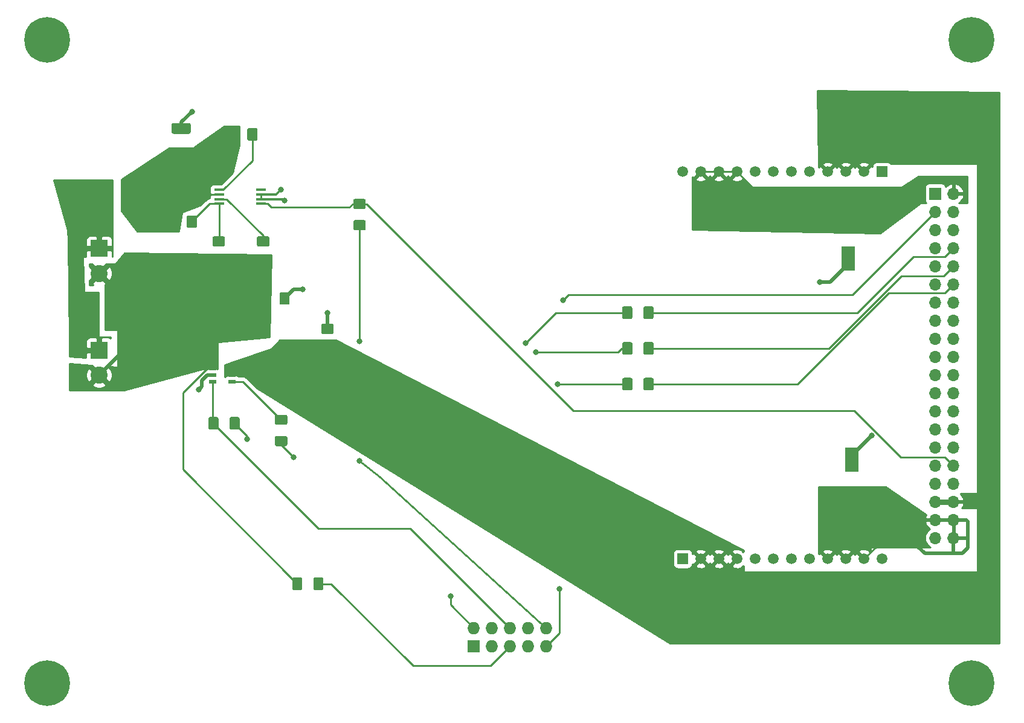
<source format=gbr>
G04 #@! TF.GenerationSoftware,KiCad,Pcbnew,(5.1.4)-1*
G04 #@! TF.CreationDate,2020-04-14T09:58:37-07:00*
G04 #@! TF.ProjectId,power,706f7765-722e-46b6-9963-61645f706362,rev?*
G04 #@! TF.SameCoordinates,Original*
G04 #@! TF.FileFunction,Copper,L1,Top*
G04 #@! TF.FilePolarity,Positive*
%FSLAX46Y46*%
G04 Gerber Fmt 4.6, Leading zero omitted, Abs format (unit mm)*
G04 Created by KiCad (PCBNEW (5.1.4)-1) date 2020-04-14 09:58:37*
%MOMM*%
%LPD*%
G04 APERTURE LIST*
%ADD10R,1.905000X3.403600*%
%ADD11R,2.286000X3.048000*%
%ADD12O,1.700000X1.700000*%
%ADD13R,1.700000X1.700000*%
%ADD14C,6.400000*%
%ADD15C,0.100000*%
%ADD16C,1.425000*%
%ADD17R,2.400000X2.400000*%
%ADD18C,2.400000*%
%ADD19R,1.727200X1.727200*%
%ADD20O,1.727200X1.727200*%
%ADD21R,1.508000X1.508000*%
%ADD22C,1.508000*%
%ADD23C,1.525000*%
%ADD24R,1.422400X0.355600*%
%ADD25R,1.000001X0.599999*%
%ADD26C,0.800000*%
%ADD27C,0.250000*%
%ADD28C,0.500000*%
%ADD29C,0.375000*%
%ADD30C,0.762000*%
%ADD31C,0.254000*%
G04 APERTURE END LIST*
D10*
X143250000Y-89346400D03*
X143250000Y-96153600D03*
X142750000Y-54346400D03*
X142750000Y-61153600D03*
D11*
X42790000Y-52250000D03*
X37710000Y-52250000D03*
D12*
X157480000Y-100330000D03*
X154940000Y-100330000D03*
X157480000Y-97790000D03*
X154940000Y-97790000D03*
X157480000Y-95250000D03*
X154940000Y-95250000D03*
X157480000Y-92710000D03*
X154940000Y-92710000D03*
X157480000Y-90170000D03*
X154940000Y-90170000D03*
X157480000Y-87630000D03*
X154940000Y-87630000D03*
X157480000Y-85090000D03*
X154940000Y-85090000D03*
X157480000Y-82550000D03*
X154940000Y-82550000D03*
X157480000Y-80010000D03*
X154940000Y-80010000D03*
X157480000Y-77470000D03*
X154940000Y-77470000D03*
X157480000Y-74930000D03*
X154940000Y-74930000D03*
X157480000Y-72390000D03*
X154940000Y-72390000D03*
X157480000Y-69850000D03*
X154940000Y-69850000D03*
X157480000Y-67310000D03*
X154940000Y-67310000D03*
X157480000Y-64770000D03*
X154940000Y-64770000D03*
X157480000Y-62230000D03*
X154940000Y-62230000D03*
X157480000Y-59690000D03*
X154940000Y-59690000D03*
X157480000Y-57150000D03*
X154940000Y-57150000D03*
X157480000Y-54610000D03*
X154940000Y-54610000D03*
X157480000Y-52070000D03*
D13*
X154940000Y-52070000D03*
D14*
X160020000Y-120650000D03*
X30480000Y-120650000D03*
X160020000Y-30480000D03*
X30480000Y-30480000D03*
D15*
G36*
X56749504Y-42876204D02*
G01*
X56773773Y-42879804D01*
X56797571Y-42885765D01*
X56820671Y-42894030D01*
X56842849Y-42904520D01*
X56863893Y-42917133D01*
X56883598Y-42931747D01*
X56901777Y-42948223D01*
X56918253Y-42966402D01*
X56932867Y-42986107D01*
X56945480Y-43007151D01*
X56955970Y-43029329D01*
X56964235Y-43052429D01*
X56970196Y-43076227D01*
X56973796Y-43100496D01*
X56975000Y-43125000D01*
X56975000Y-44375000D01*
X56973796Y-44399504D01*
X56970196Y-44423773D01*
X56964235Y-44447571D01*
X56955970Y-44470671D01*
X56945480Y-44492849D01*
X56932867Y-44513893D01*
X56918253Y-44533598D01*
X56901777Y-44551777D01*
X56883598Y-44568253D01*
X56863893Y-44582867D01*
X56842849Y-44595480D01*
X56820671Y-44605970D01*
X56797571Y-44614235D01*
X56773773Y-44620196D01*
X56749504Y-44623796D01*
X56725000Y-44625000D01*
X55800000Y-44625000D01*
X55775496Y-44623796D01*
X55751227Y-44620196D01*
X55727429Y-44614235D01*
X55704329Y-44605970D01*
X55682151Y-44595480D01*
X55661107Y-44582867D01*
X55641402Y-44568253D01*
X55623223Y-44551777D01*
X55606747Y-44533598D01*
X55592133Y-44513893D01*
X55579520Y-44492849D01*
X55569030Y-44470671D01*
X55560765Y-44447571D01*
X55554804Y-44423773D01*
X55551204Y-44399504D01*
X55550000Y-44375000D01*
X55550000Y-43125000D01*
X55551204Y-43100496D01*
X55554804Y-43076227D01*
X55560765Y-43052429D01*
X55569030Y-43029329D01*
X55579520Y-43007151D01*
X55592133Y-42986107D01*
X55606747Y-42966402D01*
X55623223Y-42948223D01*
X55641402Y-42931747D01*
X55661107Y-42917133D01*
X55682151Y-42904520D01*
X55704329Y-42894030D01*
X55727429Y-42885765D01*
X55751227Y-42879804D01*
X55775496Y-42876204D01*
X55800000Y-42875000D01*
X56725000Y-42875000D01*
X56749504Y-42876204D01*
X56749504Y-42876204D01*
G37*
D16*
X56262500Y-43750000D03*
D15*
G36*
X59724504Y-42876204D02*
G01*
X59748773Y-42879804D01*
X59772571Y-42885765D01*
X59795671Y-42894030D01*
X59817849Y-42904520D01*
X59838893Y-42917133D01*
X59858598Y-42931747D01*
X59876777Y-42948223D01*
X59893253Y-42966402D01*
X59907867Y-42986107D01*
X59920480Y-43007151D01*
X59930970Y-43029329D01*
X59939235Y-43052429D01*
X59945196Y-43076227D01*
X59948796Y-43100496D01*
X59950000Y-43125000D01*
X59950000Y-44375000D01*
X59948796Y-44399504D01*
X59945196Y-44423773D01*
X59939235Y-44447571D01*
X59930970Y-44470671D01*
X59920480Y-44492849D01*
X59907867Y-44513893D01*
X59893253Y-44533598D01*
X59876777Y-44551777D01*
X59858598Y-44568253D01*
X59838893Y-44582867D01*
X59817849Y-44595480D01*
X59795671Y-44605970D01*
X59772571Y-44614235D01*
X59748773Y-44620196D01*
X59724504Y-44623796D01*
X59700000Y-44625000D01*
X58775000Y-44625000D01*
X58750496Y-44623796D01*
X58726227Y-44620196D01*
X58702429Y-44614235D01*
X58679329Y-44605970D01*
X58657151Y-44595480D01*
X58636107Y-44582867D01*
X58616402Y-44568253D01*
X58598223Y-44551777D01*
X58581747Y-44533598D01*
X58567133Y-44513893D01*
X58554520Y-44492849D01*
X58544030Y-44470671D01*
X58535765Y-44447571D01*
X58529804Y-44423773D01*
X58526204Y-44399504D01*
X58525000Y-44375000D01*
X58525000Y-43125000D01*
X58526204Y-43100496D01*
X58529804Y-43076227D01*
X58535765Y-43052429D01*
X58544030Y-43029329D01*
X58554520Y-43007151D01*
X58567133Y-42986107D01*
X58581747Y-42966402D01*
X58598223Y-42948223D01*
X58616402Y-42931747D01*
X58636107Y-42917133D01*
X58657151Y-42904520D01*
X58679329Y-42894030D01*
X58702429Y-42885765D01*
X58726227Y-42879804D01*
X58750496Y-42876204D01*
X58775000Y-42875000D01*
X59700000Y-42875000D01*
X59724504Y-42876204D01*
X59724504Y-42876204D01*
G37*
D16*
X59237500Y-43750000D03*
D15*
G36*
X51224504Y-55126204D02*
G01*
X51248773Y-55129804D01*
X51272571Y-55135765D01*
X51295671Y-55144030D01*
X51317849Y-55154520D01*
X51338893Y-55167133D01*
X51358598Y-55181747D01*
X51376777Y-55198223D01*
X51393253Y-55216402D01*
X51407867Y-55236107D01*
X51420480Y-55257151D01*
X51430970Y-55279329D01*
X51439235Y-55302429D01*
X51445196Y-55326227D01*
X51448796Y-55350496D01*
X51450000Y-55375000D01*
X51450000Y-56625000D01*
X51448796Y-56649504D01*
X51445196Y-56673773D01*
X51439235Y-56697571D01*
X51430970Y-56720671D01*
X51420480Y-56742849D01*
X51407867Y-56763893D01*
X51393253Y-56783598D01*
X51376777Y-56801777D01*
X51358598Y-56818253D01*
X51338893Y-56832867D01*
X51317849Y-56845480D01*
X51295671Y-56855970D01*
X51272571Y-56864235D01*
X51248773Y-56870196D01*
X51224504Y-56873796D01*
X51200000Y-56875000D01*
X50275000Y-56875000D01*
X50250496Y-56873796D01*
X50226227Y-56870196D01*
X50202429Y-56864235D01*
X50179329Y-56855970D01*
X50157151Y-56845480D01*
X50136107Y-56832867D01*
X50116402Y-56818253D01*
X50098223Y-56801777D01*
X50081747Y-56783598D01*
X50067133Y-56763893D01*
X50054520Y-56742849D01*
X50044030Y-56720671D01*
X50035765Y-56697571D01*
X50029804Y-56673773D01*
X50026204Y-56649504D01*
X50025000Y-56625000D01*
X50025000Y-55375000D01*
X50026204Y-55350496D01*
X50029804Y-55326227D01*
X50035765Y-55302429D01*
X50044030Y-55279329D01*
X50054520Y-55257151D01*
X50067133Y-55236107D01*
X50081747Y-55216402D01*
X50098223Y-55198223D01*
X50116402Y-55181747D01*
X50136107Y-55167133D01*
X50157151Y-55154520D01*
X50179329Y-55144030D01*
X50202429Y-55135765D01*
X50226227Y-55129804D01*
X50250496Y-55126204D01*
X50275000Y-55125000D01*
X51200000Y-55125000D01*
X51224504Y-55126204D01*
X51224504Y-55126204D01*
G37*
D16*
X50737500Y-56000000D03*
D15*
G36*
X48249504Y-55126204D02*
G01*
X48273773Y-55129804D01*
X48297571Y-55135765D01*
X48320671Y-55144030D01*
X48342849Y-55154520D01*
X48363893Y-55167133D01*
X48383598Y-55181747D01*
X48401777Y-55198223D01*
X48418253Y-55216402D01*
X48432867Y-55236107D01*
X48445480Y-55257151D01*
X48455970Y-55279329D01*
X48464235Y-55302429D01*
X48470196Y-55326227D01*
X48473796Y-55350496D01*
X48475000Y-55375000D01*
X48475000Y-56625000D01*
X48473796Y-56649504D01*
X48470196Y-56673773D01*
X48464235Y-56697571D01*
X48455970Y-56720671D01*
X48445480Y-56742849D01*
X48432867Y-56763893D01*
X48418253Y-56783598D01*
X48401777Y-56801777D01*
X48383598Y-56818253D01*
X48363893Y-56832867D01*
X48342849Y-56845480D01*
X48320671Y-56855970D01*
X48297571Y-56864235D01*
X48273773Y-56870196D01*
X48249504Y-56873796D01*
X48225000Y-56875000D01*
X47300000Y-56875000D01*
X47275496Y-56873796D01*
X47251227Y-56870196D01*
X47227429Y-56864235D01*
X47204329Y-56855970D01*
X47182151Y-56845480D01*
X47161107Y-56832867D01*
X47141402Y-56818253D01*
X47123223Y-56801777D01*
X47106747Y-56783598D01*
X47092133Y-56763893D01*
X47079520Y-56742849D01*
X47069030Y-56720671D01*
X47060765Y-56697571D01*
X47054804Y-56673773D01*
X47051204Y-56649504D01*
X47050000Y-56625000D01*
X47050000Y-55375000D01*
X47051204Y-55350496D01*
X47054804Y-55326227D01*
X47060765Y-55302429D01*
X47069030Y-55279329D01*
X47079520Y-55257151D01*
X47092133Y-55236107D01*
X47106747Y-55216402D01*
X47123223Y-55198223D01*
X47141402Y-55181747D01*
X47161107Y-55167133D01*
X47182151Y-55154520D01*
X47204329Y-55144030D01*
X47227429Y-55135765D01*
X47251227Y-55129804D01*
X47275496Y-55126204D01*
X47300000Y-55125000D01*
X48225000Y-55125000D01*
X48249504Y-55126204D01*
X48249504Y-55126204D01*
G37*
D16*
X47762500Y-56000000D03*
D15*
G36*
X64224504Y-65876204D02*
G01*
X64248773Y-65879804D01*
X64272571Y-65885765D01*
X64295671Y-65894030D01*
X64317849Y-65904520D01*
X64338893Y-65917133D01*
X64358598Y-65931747D01*
X64376777Y-65948223D01*
X64393253Y-65966402D01*
X64407867Y-65986107D01*
X64420480Y-66007151D01*
X64430970Y-66029329D01*
X64439235Y-66052429D01*
X64445196Y-66076227D01*
X64448796Y-66100496D01*
X64450000Y-66125000D01*
X64450000Y-67375000D01*
X64448796Y-67399504D01*
X64445196Y-67423773D01*
X64439235Y-67447571D01*
X64430970Y-67470671D01*
X64420480Y-67492849D01*
X64407867Y-67513893D01*
X64393253Y-67533598D01*
X64376777Y-67551777D01*
X64358598Y-67568253D01*
X64338893Y-67582867D01*
X64317849Y-67595480D01*
X64295671Y-67605970D01*
X64272571Y-67614235D01*
X64248773Y-67620196D01*
X64224504Y-67623796D01*
X64200000Y-67625000D01*
X63275000Y-67625000D01*
X63250496Y-67623796D01*
X63226227Y-67620196D01*
X63202429Y-67614235D01*
X63179329Y-67605970D01*
X63157151Y-67595480D01*
X63136107Y-67582867D01*
X63116402Y-67568253D01*
X63098223Y-67551777D01*
X63081747Y-67533598D01*
X63067133Y-67513893D01*
X63054520Y-67492849D01*
X63044030Y-67470671D01*
X63035765Y-67447571D01*
X63029804Y-67423773D01*
X63026204Y-67399504D01*
X63025000Y-67375000D01*
X63025000Y-66125000D01*
X63026204Y-66100496D01*
X63029804Y-66076227D01*
X63035765Y-66052429D01*
X63044030Y-66029329D01*
X63054520Y-66007151D01*
X63067133Y-65986107D01*
X63081747Y-65966402D01*
X63098223Y-65948223D01*
X63116402Y-65931747D01*
X63136107Y-65917133D01*
X63157151Y-65904520D01*
X63179329Y-65894030D01*
X63202429Y-65885765D01*
X63226227Y-65879804D01*
X63250496Y-65876204D01*
X63275000Y-65875000D01*
X64200000Y-65875000D01*
X64224504Y-65876204D01*
X64224504Y-65876204D01*
G37*
D16*
X63737500Y-66750000D03*
D15*
G36*
X61249504Y-65876204D02*
G01*
X61273773Y-65879804D01*
X61297571Y-65885765D01*
X61320671Y-65894030D01*
X61342849Y-65904520D01*
X61363893Y-65917133D01*
X61383598Y-65931747D01*
X61401777Y-65948223D01*
X61418253Y-65966402D01*
X61432867Y-65986107D01*
X61445480Y-66007151D01*
X61455970Y-66029329D01*
X61464235Y-66052429D01*
X61470196Y-66076227D01*
X61473796Y-66100496D01*
X61475000Y-66125000D01*
X61475000Y-67375000D01*
X61473796Y-67399504D01*
X61470196Y-67423773D01*
X61464235Y-67447571D01*
X61455970Y-67470671D01*
X61445480Y-67492849D01*
X61432867Y-67513893D01*
X61418253Y-67533598D01*
X61401777Y-67551777D01*
X61383598Y-67568253D01*
X61363893Y-67582867D01*
X61342849Y-67595480D01*
X61320671Y-67605970D01*
X61297571Y-67614235D01*
X61273773Y-67620196D01*
X61249504Y-67623796D01*
X61225000Y-67625000D01*
X60300000Y-67625000D01*
X60275496Y-67623796D01*
X60251227Y-67620196D01*
X60227429Y-67614235D01*
X60204329Y-67605970D01*
X60182151Y-67595480D01*
X60161107Y-67582867D01*
X60141402Y-67568253D01*
X60123223Y-67551777D01*
X60106747Y-67533598D01*
X60092133Y-67513893D01*
X60079520Y-67492849D01*
X60069030Y-67470671D01*
X60060765Y-67447571D01*
X60054804Y-67423773D01*
X60051204Y-67399504D01*
X60050000Y-67375000D01*
X60050000Y-66125000D01*
X60051204Y-66100496D01*
X60054804Y-66076227D01*
X60060765Y-66052429D01*
X60069030Y-66029329D01*
X60079520Y-66007151D01*
X60092133Y-65986107D01*
X60106747Y-65966402D01*
X60123223Y-65948223D01*
X60141402Y-65931747D01*
X60161107Y-65917133D01*
X60182151Y-65904520D01*
X60204329Y-65894030D01*
X60227429Y-65885765D01*
X60251227Y-65879804D01*
X60275496Y-65876204D01*
X60300000Y-65875000D01*
X61225000Y-65875000D01*
X61249504Y-65876204D01*
X61249504Y-65876204D01*
G37*
D16*
X60762500Y-66750000D03*
D15*
G36*
X63899504Y-83051204D02*
G01*
X63923773Y-83054804D01*
X63947571Y-83060765D01*
X63970671Y-83069030D01*
X63992849Y-83079520D01*
X64013893Y-83092133D01*
X64033598Y-83106747D01*
X64051777Y-83123223D01*
X64068253Y-83141402D01*
X64082867Y-83161107D01*
X64095480Y-83182151D01*
X64105970Y-83204329D01*
X64114235Y-83227429D01*
X64120196Y-83251227D01*
X64123796Y-83275496D01*
X64125000Y-83300000D01*
X64125000Y-84225000D01*
X64123796Y-84249504D01*
X64120196Y-84273773D01*
X64114235Y-84297571D01*
X64105970Y-84320671D01*
X64095480Y-84342849D01*
X64082867Y-84363893D01*
X64068253Y-84383598D01*
X64051777Y-84401777D01*
X64033598Y-84418253D01*
X64013893Y-84432867D01*
X63992849Y-84445480D01*
X63970671Y-84455970D01*
X63947571Y-84464235D01*
X63923773Y-84470196D01*
X63899504Y-84473796D01*
X63875000Y-84475000D01*
X62625000Y-84475000D01*
X62600496Y-84473796D01*
X62576227Y-84470196D01*
X62552429Y-84464235D01*
X62529329Y-84455970D01*
X62507151Y-84445480D01*
X62486107Y-84432867D01*
X62466402Y-84418253D01*
X62448223Y-84401777D01*
X62431747Y-84383598D01*
X62417133Y-84363893D01*
X62404520Y-84342849D01*
X62394030Y-84320671D01*
X62385765Y-84297571D01*
X62379804Y-84273773D01*
X62376204Y-84249504D01*
X62375000Y-84225000D01*
X62375000Y-83300000D01*
X62376204Y-83275496D01*
X62379804Y-83251227D01*
X62385765Y-83227429D01*
X62394030Y-83204329D01*
X62404520Y-83182151D01*
X62417133Y-83161107D01*
X62431747Y-83141402D01*
X62448223Y-83123223D01*
X62466402Y-83106747D01*
X62486107Y-83092133D01*
X62507151Y-83079520D01*
X62529329Y-83069030D01*
X62552429Y-83060765D01*
X62576227Y-83054804D01*
X62600496Y-83051204D01*
X62625000Y-83050000D01*
X63875000Y-83050000D01*
X63899504Y-83051204D01*
X63899504Y-83051204D01*
G37*
D16*
X63250000Y-83762500D03*
D15*
G36*
X63899504Y-86026204D02*
G01*
X63923773Y-86029804D01*
X63947571Y-86035765D01*
X63970671Y-86044030D01*
X63992849Y-86054520D01*
X64013893Y-86067133D01*
X64033598Y-86081747D01*
X64051777Y-86098223D01*
X64068253Y-86116402D01*
X64082867Y-86136107D01*
X64095480Y-86157151D01*
X64105970Y-86179329D01*
X64114235Y-86202429D01*
X64120196Y-86226227D01*
X64123796Y-86250496D01*
X64125000Y-86275000D01*
X64125000Y-87200000D01*
X64123796Y-87224504D01*
X64120196Y-87248773D01*
X64114235Y-87272571D01*
X64105970Y-87295671D01*
X64095480Y-87317849D01*
X64082867Y-87338893D01*
X64068253Y-87358598D01*
X64051777Y-87376777D01*
X64033598Y-87393253D01*
X64013893Y-87407867D01*
X63992849Y-87420480D01*
X63970671Y-87430970D01*
X63947571Y-87439235D01*
X63923773Y-87445196D01*
X63899504Y-87448796D01*
X63875000Y-87450000D01*
X62625000Y-87450000D01*
X62600496Y-87448796D01*
X62576227Y-87445196D01*
X62552429Y-87439235D01*
X62529329Y-87430970D01*
X62507151Y-87420480D01*
X62486107Y-87407867D01*
X62466402Y-87393253D01*
X62448223Y-87376777D01*
X62431747Y-87358598D01*
X62417133Y-87338893D01*
X62404520Y-87317849D01*
X62394030Y-87295671D01*
X62385765Y-87272571D01*
X62379804Y-87248773D01*
X62376204Y-87224504D01*
X62375000Y-87200000D01*
X62375000Y-86275000D01*
X62376204Y-86250496D01*
X62379804Y-86226227D01*
X62385765Y-86202429D01*
X62394030Y-86179329D01*
X62404520Y-86157151D01*
X62417133Y-86136107D01*
X62431747Y-86116402D01*
X62448223Y-86098223D01*
X62466402Y-86081747D01*
X62486107Y-86067133D01*
X62507151Y-86054520D01*
X62529329Y-86044030D01*
X62552429Y-86035765D01*
X62576227Y-86029804D01*
X62600496Y-86026204D01*
X62625000Y-86025000D01*
X63875000Y-86025000D01*
X63899504Y-86026204D01*
X63899504Y-86026204D01*
G37*
D16*
X63250000Y-86737500D03*
D15*
G36*
X70399504Y-73276204D02*
G01*
X70423773Y-73279804D01*
X70447571Y-73285765D01*
X70470671Y-73294030D01*
X70492849Y-73304520D01*
X70513893Y-73317133D01*
X70533598Y-73331747D01*
X70551777Y-73348223D01*
X70568253Y-73366402D01*
X70582867Y-73386107D01*
X70595480Y-73407151D01*
X70605970Y-73429329D01*
X70614235Y-73452429D01*
X70620196Y-73476227D01*
X70623796Y-73500496D01*
X70625000Y-73525000D01*
X70625000Y-74450000D01*
X70623796Y-74474504D01*
X70620196Y-74498773D01*
X70614235Y-74522571D01*
X70605970Y-74545671D01*
X70595480Y-74567849D01*
X70582867Y-74588893D01*
X70568253Y-74608598D01*
X70551777Y-74626777D01*
X70533598Y-74643253D01*
X70513893Y-74657867D01*
X70492849Y-74670480D01*
X70470671Y-74680970D01*
X70447571Y-74689235D01*
X70423773Y-74695196D01*
X70399504Y-74698796D01*
X70375000Y-74700000D01*
X69125000Y-74700000D01*
X69100496Y-74698796D01*
X69076227Y-74695196D01*
X69052429Y-74689235D01*
X69029329Y-74680970D01*
X69007151Y-74670480D01*
X68986107Y-74657867D01*
X68966402Y-74643253D01*
X68948223Y-74626777D01*
X68931747Y-74608598D01*
X68917133Y-74588893D01*
X68904520Y-74567849D01*
X68894030Y-74545671D01*
X68885765Y-74522571D01*
X68879804Y-74498773D01*
X68876204Y-74474504D01*
X68875000Y-74450000D01*
X68875000Y-73525000D01*
X68876204Y-73500496D01*
X68879804Y-73476227D01*
X68885765Y-73452429D01*
X68894030Y-73429329D01*
X68904520Y-73407151D01*
X68917133Y-73386107D01*
X68931747Y-73366402D01*
X68948223Y-73348223D01*
X68966402Y-73331747D01*
X68986107Y-73317133D01*
X69007151Y-73304520D01*
X69029329Y-73294030D01*
X69052429Y-73285765D01*
X69076227Y-73279804D01*
X69100496Y-73276204D01*
X69125000Y-73275000D01*
X70375000Y-73275000D01*
X70399504Y-73276204D01*
X70399504Y-73276204D01*
G37*
D16*
X69750000Y-73987500D03*
D15*
G36*
X70399504Y-70301204D02*
G01*
X70423773Y-70304804D01*
X70447571Y-70310765D01*
X70470671Y-70319030D01*
X70492849Y-70329520D01*
X70513893Y-70342133D01*
X70533598Y-70356747D01*
X70551777Y-70373223D01*
X70568253Y-70391402D01*
X70582867Y-70411107D01*
X70595480Y-70432151D01*
X70605970Y-70454329D01*
X70614235Y-70477429D01*
X70620196Y-70501227D01*
X70623796Y-70525496D01*
X70625000Y-70550000D01*
X70625000Y-71475000D01*
X70623796Y-71499504D01*
X70620196Y-71523773D01*
X70614235Y-71547571D01*
X70605970Y-71570671D01*
X70595480Y-71592849D01*
X70582867Y-71613893D01*
X70568253Y-71633598D01*
X70551777Y-71651777D01*
X70533598Y-71668253D01*
X70513893Y-71682867D01*
X70492849Y-71695480D01*
X70470671Y-71705970D01*
X70447571Y-71714235D01*
X70423773Y-71720196D01*
X70399504Y-71723796D01*
X70375000Y-71725000D01*
X69125000Y-71725000D01*
X69100496Y-71723796D01*
X69076227Y-71720196D01*
X69052429Y-71714235D01*
X69029329Y-71705970D01*
X69007151Y-71695480D01*
X68986107Y-71682867D01*
X68966402Y-71668253D01*
X68948223Y-71651777D01*
X68931747Y-71633598D01*
X68917133Y-71613893D01*
X68904520Y-71592849D01*
X68894030Y-71570671D01*
X68885765Y-71547571D01*
X68879804Y-71523773D01*
X68876204Y-71499504D01*
X68875000Y-71475000D01*
X68875000Y-70550000D01*
X68876204Y-70525496D01*
X68879804Y-70501227D01*
X68885765Y-70477429D01*
X68894030Y-70454329D01*
X68904520Y-70432151D01*
X68917133Y-70411107D01*
X68931747Y-70391402D01*
X68948223Y-70373223D01*
X68966402Y-70356747D01*
X68986107Y-70342133D01*
X69007151Y-70329520D01*
X69029329Y-70319030D01*
X69052429Y-70310765D01*
X69076227Y-70304804D01*
X69100496Y-70301204D01*
X69125000Y-70300000D01*
X70375000Y-70300000D01*
X70399504Y-70301204D01*
X70399504Y-70301204D01*
G37*
D16*
X69750000Y-71012500D03*
D17*
X37750000Y-74000000D03*
D18*
X37750000Y-77500000D03*
X37750000Y-63250000D03*
D17*
X37750000Y-59750000D03*
D19*
X90250000Y-115500000D03*
D20*
X90250000Y-112960000D03*
X92790000Y-115500000D03*
X92790000Y-112960000D03*
X95330000Y-115500000D03*
X95330000Y-112960000D03*
X97870000Y-115500000D03*
X97870000Y-112960000D03*
X100410000Y-115500000D03*
X100410000Y-112960000D03*
D21*
X147470000Y-49000000D03*
D22*
X144930000Y-49000000D03*
X142390000Y-49000000D03*
X139850000Y-49000000D03*
X137310000Y-49000000D03*
X134770000Y-49000000D03*
X132230000Y-49000000D03*
X129690000Y-49000000D03*
X127150000Y-49000000D03*
X124610000Y-49000000D03*
X122070000Y-49000000D03*
X119530000Y-49000000D03*
D21*
X119530000Y-103250000D03*
D22*
X122070000Y-103250000D03*
X124610000Y-103250000D03*
X127150000Y-103250000D03*
X129690000Y-103250000D03*
X132230000Y-103250000D03*
X134770000Y-103250000D03*
X137310000Y-103250000D03*
X139850000Y-103250000D03*
X142390000Y-103250000D03*
X144930000Y-103250000D03*
X147470000Y-103250000D03*
D15*
G36*
X61399504Y-61026204D02*
G01*
X61423773Y-61029804D01*
X61447571Y-61035765D01*
X61470671Y-61044030D01*
X61492849Y-61054520D01*
X61513893Y-61067133D01*
X61533598Y-61081747D01*
X61551777Y-61098223D01*
X61568253Y-61116402D01*
X61582867Y-61136107D01*
X61595480Y-61157151D01*
X61605970Y-61179329D01*
X61614235Y-61202429D01*
X61620196Y-61226227D01*
X61623796Y-61250496D01*
X61625000Y-61275000D01*
X61625000Y-62200000D01*
X61623796Y-62224504D01*
X61620196Y-62248773D01*
X61614235Y-62272571D01*
X61605970Y-62295671D01*
X61595480Y-62317849D01*
X61582867Y-62338893D01*
X61568253Y-62358598D01*
X61551777Y-62376777D01*
X61533598Y-62393253D01*
X61513893Y-62407867D01*
X61492849Y-62420480D01*
X61470671Y-62430970D01*
X61447571Y-62439235D01*
X61423773Y-62445196D01*
X61399504Y-62448796D01*
X61375000Y-62450000D01*
X60125000Y-62450000D01*
X60100496Y-62448796D01*
X60076227Y-62445196D01*
X60052429Y-62439235D01*
X60029329Y-62430970D01*
X60007151Y-62420480D01*
X59986107Y-62407867D01*
X59966402Y-62393253D01*
X59948223Y-62376777D01*
X59931747Y-62358598D01*
X59917133Y-62338893D01*
X59904520Y-62317849D01*
X59894030Y-62295671D01*
X59885765Y-62272571D01*
X59879804Y-62248773D01*
X59876204Y-62224504D01*
X59875000Y-62200000D01*
X59875000Y-61275000D01*
X59876204Y-61250496D01*
X59879804Y-61226227D01*
X59885765Y-61202429D01*
X59894030Y-61179329D01*
X59904520Y-61157151D01*
X59917133Y-61136107D01*
X59931747Y-61116402D01*
X59948223Y-61098223D01*
X59966402Y-61081747D01*
X59986107Y-61067133D01*
X60007151Y-61054520D01*
X60029329Y-61044030D01*
X60052429Y-61035765D01*
X60076227Y-61029804D01*
X60100496Y-61026204D01*
X60125000Y-61025000D01*
X61375000Y-61025000D01*
X61399504Y-61026204D01*
X61399504Y-61026204D01*
G37*
D16*
X60750000Y-61737500D03*
D15*
G36*
X61399504Y-58051204D02*
G01*
X61423773Y-58054804D01*
X61447571Y-58060765D01*
X61470671Y-58069030D01*
X61492849Y-58079520D01*
X61513893Y-58092133D01*
X61533598Y-58106747D01*
X61551777Y-58123223D01*
X61568253Y-58141402D01*
X61582867Y-58161107D01*
X61595480Y-58182151D01*
X61605970Y-58204329D01*
X61614235Y-58227429D01*
X61620196Y-58251227D01*
X61623796Y-58275496D01*
X61625000Y-58300000D01*
X61625000Y-59225000D01*
X61623796Y-59249504D01*
X61620196Y-59273773D01*
X61614235Y-59297571D01*
X61605970Y-59320671D01*
X61595480Y-59342849D01*
X61582867Y-59363893D01*
X61568253Y-59383598D01*
X61551777Y-59401777D01*
X61533598Y-59418253D01*
X61513893Y-59432867D01*
X61492849Y-59445480D01*
X61470671Y-59455970D01*
X61447571Y-59464235D01*
X61423773Y-59470196D01*
X61399504Y-59473796D01*
X61375000Y-59475000D01*
X60125000Y-59475000D01*
X60100496Y-59473796D01*
X60076227Y-59470196D01*
X60052429Y-59464235D01*
X60029329Y-59455970D01*
X60007151Y-59445480D01*
X59986107Y-59432867D01*
X59966402Y-59418253D01*
X59948223Y-59401777D01*
X59931747Y-59383598D01*
X59917133Y-59363893D01*
X59904520Y-59342849D01*
X59894030Y-59320671D01*
X59885765Y-59297571D01*
X59879804Y-59273773D01*
X59876204Y-59249504D01*
X59875000Y-59225000D01*
X59875000Y-58300000D01*
X59876204Y-58275496D01*
X59879804Y-58251227D01*
X59885765Y-58227429D01*
X59894030Y-58204329D01*
X59904520Y-58182151D01*
X59917133Y-58161107D01*
X59931747Y-58141402D01*
X59948223Y-58123223D01*
X59966402Y-58106747D01*
X59986107Y-58092133D01*
X60007151Y-58079520D01*
X60029329Y-58069030D01*
X60052429Y-58060765D01*
X60076227Y-58054804D01*
X60100496Y-58051204D01*
X60125000Y-58050000D01*
X61375000Y-58050000D01*
X61399504Y-58051204D01*
X61399504Y-58051204D01*
G37*
D16*
X60750000Y-58762500D03*
D15*
G36*
X55149504Y-61026204D02*
G01*
X55173773Y-61029804D01*
X55197571Y-61035765D01*
X55220671Y-61044030D01*
X55242849Y-61054520D01*
X55263893Y-61067133D01*
X55283598Y-61081747D01*
X55301777Y-61098223D01*
X55318253Y-61116402D01*
X55332867Y-61136107D01*
X55345480Y-61157151D01*
X55355970Y-61179329D01*
X55364235Y-61202429D01*
X55370196Y-61226227D01*
X55373796Y-61250496D01*
X55375000Y-61275000D01*
X55375000Y-62200000D01*
X55373796Y-62224504D01*
X55370196Y-62248773D01*
X55364235Y-62272571D01*
X55355970Y-62295671D01*
X55345480Y-62317849D01*
X55332867Y-62338893D01*
X55318253Y-62358598D01*
X55301777Y-62376777D01*
X55283598Y-62393253D01*
X55263893Y-62407867D01*
X55242849Y-62420480D01*
X55220671Y-62430970D01*
X55197571Y-62439235D01*
X55173773Y-62445196D01*
X55149504Y-62448796D01*
X55125000Y-62450000D01*
X53875000Y-62450000D01*
X53850496Y-62448796D01*
X53826227Y-62445196D01*
X53802429Y-62439235D01*
X53779329Y-62430970D01*
X53757151Y-62420480D01*
X53736107Y-62407867D01*
X53716402Y-62393253D01*
X53698223Y-62376777D01*
X53681747Y-62358598D01*
X53667133Y-62338893D01*
X53654520Y-62317849D01*
X53644030Y-62295671D01*
X53635765Y-62272571D01*
X53629804Y-62248773D01*
X53626204Y-62224504D01*
X53625000Y-62200000D01*
X53625000Y-61275000D01*
X53626204Y-61250496D01*
X53629804Y-61226227D01*
X53635765Y-61202429D01*
X53644030Y-61179329D01*
X53654520Y-61157151D01*
X53667133Y-61136107D01*
X53681747Y-61116402D01*
X53698223Y-61098223D01*
X53716402Y-61081747D01*
X53736107Y-61067133D01*
X53757151Y-61054520D01*
X53779329Y-61044030D01*
X53802429Y-61035765D01*
X53826227Y-61029804D01*
X53850496Y-61026204D01*
X53875000Y-61025000D01*
X55125000Y-61025000D01*
X55149504Y-61026204D01*
X55149504Y-61026204D01*
G37*
D16*
X54500000Y-61737500D03*
D15*
G36*
X55149504Y-58051204D02*
G01*
X55173773Y-58054804D01*
X55197571Y-58060765D01*
X55220671Y-58069030D01*
X55242849Y-58079520D01*
X55263893Y-58092133D01*
X55283598Y-58106747D01*
X55301777Y-58123223D01*
X55318253Y-58141402D01*
X55332867Y-58161107D01*
X55345480Y-58182151D01*
X55355970Y-58204329D01*
X55364235Y-58227429D01*
X55370196Y-58251227D01*
X55373796Y-58275496D01*
X55375000Y-58300000D01*
X55375000Y-59225000D01*
X55373796Y-59249504D01*
X55370196Y-59273773D01*
X55364235Y-59297571D01*
X55355970Y-59320671D01*
X55345480Y-59342849D01*
X55332867Y-59363893D01*
X55318253Y-59383598D01*
X55301777Y-59401777D01*
X55283598Y-59418253D01*
X55263893Y-59432867D01*
X55242849Y-59445480D01*
X55220671Y-59455970D01*
X55197571Y-59464235D01*
X55173773Y-59470196D01*
X55149504Y-59473796D01*
X55125000Y-59475000D01*
X53875000Y-59475000D01*
X53850496Y-59473796D01*
X53826227Y-59470196D01*
X53802429Y-59464235D01*
X53779329Y-59455970D01*
X53757151Y-59445480D01*
X53736107Y-59432867D01*
X53716402Y-59418253D01*
X53698223Y-59401777D01*
X53681747Y-59383598D01*
X53667133Y-59363893D01*
X53654520Y-59342849D01*
X53644030Y-59320671D01*
X53635765Y-59297571D01*
X53629804Y-59273773D01*
X53626204Y-59249504D01*
X53625000Y-59225000D01*
X53625000Y-58300000D01*
X53626204Y-58275496D01*
X53629804Y-58251227D01*
X53635765Y-58227429D01*
X53644030Y-58204329D01*
X53654520Y-58182151D01*
X53667133Y-58161107D01*
X53681747Y-58141402D01*
X53698223Y-58123223D01*
X53716402Y-58106747D01*
X53736107Y-58092133D01*
X53757151Y-58079520D01*
X53779329Y-58069030D01*
X53802429Y-58060765D01*
X53826227Y-58054804D01*
X53850496Y-58051204D01*
X53875000Y-58050000D01*
X55125000Y-58050000D01*
X55149504Y-58051204D01*
X55149504Y-58051204D01*
G37*
D16*
X54500000Y-58762500D03*
D15*
G36*
X50349505Y-42151204D02*
G01*
X50373773Y-42154804D01*
X50397572Y-42160765D01*
X50420671Y-42169030D01*
X50442850Y-42179520D01*
X50463893Y-42192132D01*
X50483599Y-42206747D01*
X50501777Y-42223223D01*
X50518253Y-42241401D01*
X50532868Y-42261107D01*
X50545480Y-42282150D01*
X50555970Y-42304329D01*
X50564235Y-42327428D01*
X50570196Y-42351227D01*
X50573796Y-42375495D01*
X50575000Y-42399999D01*
X50575000Y-43425001D01*
X50573796Y-43449505D01*
X50570196Y-43473773D01*
X50564235Y-43497572D01*
X50555970Y-43520671D01*
X50545480Y-43542850D01*
X50532868Y-43563893D01*
X50518253Y-43583599D01*
X50501777Y-43601777D01*
X50483599Y-43618253D01*
X50463893Y-43632868D01*
X50442850Y-43645480D01*
X50420671Y-43655970D01*
X50397572Y-43664235D01*
X50373773Y-43670196D01*
X50349505Y-43673796D01*
X50325001Y-43675000D01*
X48174999Y-43675000D01*
X48150495Y-43673796D01*
X48126227Y-43670196D01*
X48102428Y-43664235D01*
X48079329Y-43655970D01*
X48057150Y-43645480D01*
X48036107Y-43632868D01*
X48016401Y-43618253D01*
X47998223Y-43601777D01*
X47981747Y-43583599D01*
X47967132Y-43563893D01*
X47954520Y-43542850D01*
X47944030Y-43520671D01*
X47935765Y-43497572D01*
X47929804Y-43473773D01*
X47926204Y-43449505D01*
X47925000Y-43425001D01*
X47925000Y-42399999D01*
X47926204Y-42375495D01*
X47929804Y-42351227D01*
X47935765Y-42327428D01*
X47944030Y-42304329D01*
X47954520Y-42282150D01*
X47967132Y-42261107D01*
X47981747Y-42241401D01*
X47998223Y-42223223D01*
X48016401Y-42206747D01*
X48036107Y-42192132D01*
X48057150Y-42179520D01*
X48079329Y-42169030D01*
X48102428Y-42160765D01*
X48126227Y-42154804D01*
X48150495Y-42151204D01*
X48174999Y-42150000D01*
X50325001Y-42150000D01*
X50349505Y-42151204D01*
X50349505Y-42151204D01*
G37*
D23*
X49250000Y-42912500D03*
D15*
G36*
X50349505Y-46826204D02*
G01*
X50373773Y-46829804D01*
X50397572Y-46835765D01*
X50420671Y-46844030D01*
X50442850Y-46854520D01*
X50463893Y-46867132D01*
X50483599Y-46881747D01*
X50501777Y-46898223D01*
X50518253Y-46916401D01*
X50532868Y-46936107D01*
X50545480Y-46957150D01*
X50555970Y-46979329D01*
X50564235Y-47002428D01*
X50570196Y-47026227D01*
X50573796Y-47050495D01*
X50575000Y-47074999D01*
X50575000Y-48100001D01*
X50573796Y-48124505D01*
X50570196Y-48148773D01*
X50564235Y-48172572D01*
X50555970Y-48195671D01*
X50545480Y-48217850D01*
X50532868Y-48238893D01*
X50518253Y-48258599D01*
X50501777Y-48276777D01*
X50483599Y-48293253D01*
X50463893Y-48307868D01*
X50442850Y-48320480D01*
X50420671Y-48330970D01*
X50397572Y-48339235D01*
X50373773Y-48345196D01*
X50349505Y-48348796D01*
X50325001Y-48350000D01*
X48174999Y-48350000D01*
X48150495Y-48348796D01*
X48126227Y-48345196D01*
X48102428Y-48339235D01*
X48079329Y-48330970D01*
X48057150Y-48320480D01*
X48036107Y-48307868D01*
X48016401Y-48293253D01*
X47998223Y-48276777D01*
X47981747Y-48258599D01*
X47967132Y-48238893D01*
X47954520Y-48217850D01*
X47944030Y-48195671D01*
X47935765Y-48172572D01*
X47929804Y-48148773D01*
X47926204Y-48124505D01*
X47925000Y-48100001D01*
X47925000Y-47074999D01*
X47926204Y-47050495D01*
X47929804Y-47026227D01*
X47935765Y-47002428D01*
X47944030Y-46979329D01*
X47954520Y-46957150D01*
X47967132Y-46936107D01*
X47981747Y-46916401D01*
X47998223Y-46898223D01*
X48016401Y-46881747D01*
X48036107Y-46867132D01*
X48057150Y-46854520D01*
X48079329Y-46844030D01*
X48102428Y-46835765D01*
X48126227Y-46829804D01*
X48150495Y-46826204D01*
X48174999Y-46825000D01*
X50325001Y-46825000D01*
X50349505Y-46826204D01*
X50349505Y-46826204D01*
G37*
D23*
X49250000Y-47587500D03*
D15*
G36*
X74899504Y-52801204D02*
G01*
X74923773Y-52804804D01*
X74947571Y-52810765D01*
X74970671Y-52819030D01*
X74992849Y-52829520D01*
X75013893Y-52842133D01*
X75033598Y-52856747D01*
X75051777Y-52873223D01*
X75068253Y-52891402D01*
X75082867Y-52911107D01*
X75095480Y-52932151D01*
X75105970Y-52954329D01*
X75114235Y-52977429D01*
X75120196Y-53001227D01*
X75123796Y-53025496D01*
X75125000Y-53050000D01*
X75125000Y-53975000D01*
X75123796Y-53999504D01*
X75120196Y-54023773D01*
X75114235Y-54047571D01*
X75105970Y-54070671D01*
X75095480Y-54092849D01*
X75082867Y-54113893D01*
X75068253Y-54133598D01*
X75051777Y-54151777D01*
X75033598Y-54168253D01*
X75013893Y-54182867D01*
X74992849Y-54195480D01*
X74970671Y-54205970D01*
X74947571Y-54214235D01*
X74923773Y-54220196D01*
X74899504Y-54223796D01*
X74875000Y-54225000D01*
X73625000Y-54225000D01*
X73600496Y-54223796D01*
X73576227Y-54220196D01*
X73552429Y-54214235D01*
X73529329Y-54205970D01*
X73507151Y-54195480D01*
X73486107Y-54182867D01*
X73466402Y-54168253D01*
X73448223Y-54151777D01*
X73431747Y-54133598D01*
X73417133Y-54113893D01*
X73404520Y-54092849D01*
X73394030Y-54070671D01*
X73385765Y-54047571D01*
X73379804Y-54023773D01*
X73376204Y-53999504D01*
X73375000Y-53975000D01*
X73375000Y-53050000D01*
X73376204Y-53025496D01*
X73379804Y-53001227D01*
X73385765Y-52977429D01*
X73394030Y-52954329D01*
X73404520Y-52932151D01*
X73417133Y-52911107D01*
X73431747Y-52891402D01*
X73448223Y-52873223D01*
X73466402Y-52856747D01*
X73486107Y-52842133D01*
X73507151Y-52829520D01*
X73529329Y-52819030D01*
X73552429Y-52810765D01*
X73576227Y-52804804D01*
X73600496Y-52801204D01*
X73625000Y-52800000D01*
X74875000Y-52800000D01*
X74899504Y-52801204D01*
X74899504Y-52801204D01*
G37*
D16*
X74250000Y-53512500D03*
D15*
G36*
X74899504Y-55776204D02*
G01*
X74923773Y-55779804D01*
X74947571Y-55785765D01*
X74970671Y-55794030D01*
X74992849Y-55804520D01*
X75013893Y-55817133D01*
X75033598Y-55831747D01*
X75051777Y-55848223D01*
X75068253Y-55866402D01*
X75082867Y-55886107D01*
X75095480Y-55907151D01*
X75105970Y-55929329D01*
X75114235Y-55952429D01*
X75120196Y-55976227D01*
X75123796Y-56000496D01*
X75125000Y-56025000D01*
X75125000Y-56950000D01*
X75123796Y-56974504D01*
X75120196Y-56998773D01*
X75114235Y-57022571D01*
X75105970Y-57045671D01*
X75095480Y-57067849D01*
X75082867Y-57088893D01*
X75068253Y-57108598D01*
X75051777Y-57126777D01*
X75033598Y-57143253D01*
X75013893Y-57157867D01*
X74992849Y-57170480D01*
X74970671Y-57180970D01*
X74947571Y-57189235D01*
X74923773Y-57195196D01*
X74899504Y-57198796D01*
X74875000Y-57200000D01*
X73625000Y-57200000D01*
X73600496Y-57198796D01*
X73576227Y-57195196D01*
X73552429Y-57189235D01*
X73529329Y-57180970D01*
X73507151Y-57170480D01*
X73486107Y-57157867D01*
X73466402Y-57143253D01*
X73448223Y-57126777D01*
X73431747Y-57108598D01*
X73417133Y-57088893D01*
X73404520Y-57067849D01*
X73394030Y-57045671D01*
X73385765Y-57022571D01*
X73379804Y-56998773D01*
X73376204Y-56974504D01*
X73375000Y-56950000D01*
X73375000Y-56025000D01*
X73376204Y-56000496D01*
X73379804Y-55976227D01*
X73385765Y-55952429D01*
X73394030Y-55929329D01*
X73404520Y-55907151D01*
X73417133Y-55886107D01*
X73431747Y-55866402D01*
X73448223Y-55848223D01*
X73466402Y-55831747D01*
X73486107Y-55817133D01*
X73507151Y-55804520D01*
X73529329Y-55794030D01*
X73552429Y-55785765D01*
X73576227Y-55779804D01*
X73600496Y-55776204D01*
X73625000Y-55775000D01*
X74875000Y-55775000D01*
X74899504Y-55776204D01*
X74899504Y-55776204D01*
G37*
D16*
X74250000Y-56487500D03*
D15*
G36*
X115237004Y-77876204D02*
G01*
X115261273Y-77879804D01*
X115285071Y-77885765D01*
X115308171Y-77894030D01*
X115330349Y-77904520D01*
X115351393Y-77917133D01*
X115371098Y-77931747D01*
X115389277Y-77948223D01*
X115405753Y-77966402D01*
X115420367Y-77986107D01*
X115432980Y-78007151D01*
X115443470Y-78029329D01*
X115451735Y-78052429D01*
X115457696Y-78076227D01*
X115461296Y-78100496D01*
X115462500Y-78125000D01*
X115462500Y-79375000D01*
X115461296Y-79399504D01*
X115457696Y-79423773D01*
X115451735Y-79447571D01*
X115443470Y-79470671D01*
X115432980Y-79492849D01*
X115420367Y-79513893D01*
X115405753Y-79533598D01*
X115389277Y-79551777D01*
X115371098Y-79568253D01*
X115351393Y-79582867D01*
X115330349Y-79595480D01*
X115308171Y-79605970D01*
X115285071Y-79614235D01*
X115261273Y-79620196D01*
X115237004Y-79623796D01*
X115212500Y-79625000D01*
X114287500Y-79625000D01*
X114262996Y-79623796D01*
X114238727Y-79620196D01*
X114214929Y-79614235D01*
X114191829Y-79605970D01*
X114169651Y-79595480D01*
X114148607Y-79582867D01*
X114128902Y-79568253D01*
X114110723Y-79551777D01*
X114094247Y-79533598D01*
X114079633Y-79513893D01*
X114067020Y-79492849D01*
X114056530Y-79470671D01*
X114048265Y-79447571D01*
X114042304Y-79423773D01*
X114038704Y-79399504D01*
X114037500Y-79375000D01*
X114037500Y-78125000D01*
X114038704Y-78100496D01*
X114042304Y-78076227D01*
X114048265Y-78052429D01*
X114056530Y-78029329D01*
X114067020Y-78007151D01*
X114079633Y-77986107D01*
X114094247Y-77966402D01*
X114110723Y-77948223D01*
X114128902Y-77931747D01*
X114148607Y-77917133D01*
X114169651Y-77904520D01*
X114191829Y-77894030D01*
X114214929Y-77885765D01*
X114238727Y-77879804D01*
X114262996Y-77876204D01*
X114287500Y-77875000D01*
X115212500Y-77875000D01*
X115237004Y-77876204D01*
X115237004Y-77876204D01*
G37*
D16*
X114750000Y-78750000D03*
D15*
G36*
X112262004Y-77876204D02*
G01*
X112286273Y-77879804D01*
X112310071Y-77885765D01*
X112333171Y-77894030D01*
X112355349Y-77904520D01*
X112376393Y-77917133D01*
X112396098Y-77931747D01*
X112414277Y-77948223D01*
X112430753Y-77966402D01*
X112445367Y-77986107D01*
X112457980Y-78007151D01*
X112468470Y-78029329D01*
X112476735Y-78052429D01*
X112482696Y-78076227D01*
X112486296Y-78100496D01*
X112487500Y-78125000D01*
X112487500Y-79375000D01*
X112486296Y-79399504D01*
X112482696Y-79423773D01*
X112476735Y-79447571D01*
X112468470Y-79470671D01*
X112457980Y-79492849D01*
X112445367Y-79513893D01*
X112430753Y-79533598D01*
X112414277Y-79551777D01*
X112396098Y-79568253D01*
X112376393Y-79582867D01*
X112355349Y-79595480D01*
X112333171Y-79605970D01*
X112310071Y-79614235D01*
X112286273Y-79620196D01*
X112262004Y-79623796D01*
X112237500Y-79625000D01*
X111312500Y-79625000D01*
X111287996Y-79623796D01*
X111263727Y-79620196D01*
X111239929Y-79614235D01*
X111216829Y-79605970D01*
X111194651Y-79595480D01*
X111173607Y-79582867D01*
X111153902Y-79568253D01*
X111135723Y-79551777D01*
X111119247Y-79533598D01*
X111104633Y-79513893D01*
X111092020Y-79492849D01*
X111081530Y-79470671D01*
X111073265Y-79447571D01*
X111067304Y-79423773D01*
X111063704Y-79399504D01*
X111062500Y-79375000D01*
X111062500Y-78125000D01*
X111063704Y-78100496D01*
X111067304Y-78076227D01*
X111073265Y-78052429D01*
X111081530Y-78029329D01*
X111092020Y-78007151D01*
X111104633Y-77986107D01*
X111119247Y-77966402D01*
X111135723Y-77948223D01*
X111153902Y-77931747D01*
X111173607Y-77917133D01*
X111194651Y-77904520D01*
X111216829Y-77894030D01*
X111239929Y-77885765D01*
X111263727Y-77879804D01*
X111287996Y-77876204D01*
X111312500Y-77875000D01*
X112237500Y-77875000D01*
X112262004Y-77876204D01*
X112262004Y-77876204D01*
G37*
D16*
X111775000Y-78750000D03*
D15*
G36*
X115237004Y-72876204D02*
G01*
X115261273Y-72879804D01*
X115285071Y-72885765D01*
X115308171Y-72894030D01*
X115330349Y-72904520D01*
X115351393Y-72917133D01*
X115371098Y-72931747D01*
X115389277Y-72948223D01*
X115405753Y-72966402D01*
X115420367Y-72986107D01*
X115432980Y-73007151D01*
X115443470Y-73029329D01*
X115451735Y-73052429D01*
X115457696Y-73076227D01*
X115461296Y-73100496D01*
X115462500Y-73125000D01*
X115462500Y-74375000D01*
X115461296Y-74399504D01*
X115457696Y-74423773D01*
X115451735Y-74447571D01*
X115443470Y-74470671D01*
X115432980Y-74492849D01*
X115420367Y-74513893D01*
X115405753Y-74533598D01*
X115389277Y-74551777D01*
X115371098Y-74568253D01*
X115351393Y-74582867D01*
X115330349Y-74595480D01*
X115308171Y-74605970D01*
X115285071Y-74614235D01*
X115261273Y-74620196D01*
X115237004Y-74623796D01*
X115212500Y-74625000D01*
X114287500Y-74625000D01*
X114262996Y-74623796D01*
X114238727Y-74620196D01*
X114214929Y-74614235D01*
X114191829Y-74605970D01*
X114169651Y-74595480D01*
X114148607Y-74582867D01*
X114128902Y-74568253D01*
X114110723Y-74551777D01*
X114094247Y-74533598D01*
X114079633Y-74513893D01*
X114067020Y-74492849D01*
X114056530Y-74470671D01*
X114048265Y-74447571D01*
X114042304Y-74423773D01*
X114038704Y-74399504D01*
X114037500Y-74375000D01*
X114037500Y-73125000D01*
X114038704Y-73100496D01*
X114042304Y-73076227D01*
X114048265Y-73052429D01*
X114056530Y-73029329D01*
X114067020Y-73007151D01*
X114079633Y-72986107D01*
X114094247Y-72966402D01*
X114110723Y-72948223D01*
X114128902Y-72931747D01*
X114148607Y-72917133D01*
X114169651Y-72904520D01*
X114191829Y-72894030D01*
X114214929Y-72885765D01*
X114238727Y-72879804D01*
X114262996Y-72876204D01*
X114287500Y-72875000D01*
X115212500Y-72875000D01*
X115237004Y-72876204D01*
X115237004Y-72876204D01*
G37*
D16*
X114750000Y-73750000D03*
D15*
G36*
X112262004Y-72876204D02*
G01*
X112286273Y-72879804D01*
X112310071Y-72885765D01*
X112333171Y-72894030D01*
X112355349Y-72904520D01*
X112376393Y-72917133D01*
X112396098Y-72931747D01*
X112414277Y-72948223D01*
X112430753Y-72966402D01*
X112445367Y-72986107D01*
X112457980Y-73007151D01*
X112468470Y-73029329D01*
X112476735Y-73052429D01*
X112482696Y-73076227D01*
X112486296Y-73100496D01*
X112487500Y-73125000D01*
X112487500Y-74375000D01*
X112486296Y-74399504D01*
X112482696Y-74423773D01*
X112476735Y-74447571D01*
X112468470Y-74470671D01*
X112457980Y-74492849D01*
X112445367Y-74513893D01*
X112430753Y-74533598D01*
X112414277Y-74551777D01*
X112396098Y-74568253D01*
X112376393Y-74582867D01*
X112355349Y-74595480D01*
X112333171Y-74605970D01*
X112310071Y-74614235D01*
X112286273Y-74620196D01*
X112262004Y-74623796D01*
X112237500Y-74625000D01*
X111312500Y-74625000D01*
X111287996Y-74623796D01*
X111263727Y-74620196D01*
X111239929Y-74614235D01*
X111216829Y-74605970D01*
X111194651Y-74595480D01*
X111173607Y-74582867D01*
X111153902Y-74568253D01*
X111135723Y-74551777D01*
X111119247Y-74533598D01*
X111104633Y-74513893D01*
X111092020Y-74492849D01*
X111081530Y-74470671D01*
X111073265Y-74447571D01*
X111067304Y-74423773D01*
X111063704Y-74399504D01*
X111062500Y-74375000D01*
X111062500Y-73125000D01*
X111063704Y-73100496D01*
X111067304Y-73076227D01*
X111073265Y-73052429D01*
X111081530Y-73029329D01*
X111092020Y-73007151D01*
X111104633Y-72986107D01*
X111119247Y-72966402D01*
X111135723Y-72948223D01*
X111153902Y-72931747D01*
X111173607Y-72917133D01*
X111194651Y-72904520D01*
X111216829Y-72894030D01*
X111239929Y-72885765D01*
X111263727Y-72879804D01*
X111287996Y-72876204D01*
X111312500Y-72875000D01*
X112237500Y-72875000D01*
X112262004Y-72876204D01*
X112262004Y-72876204D01*
G37*
D16*
X111775000Y-73750000D03*
D15*
G36*
X115224504Y-67876204D02*
G01*
X115248773Y-67879804D01*
X115272571Y-67885765D01*
X115295671Y-67894030D01*
X115317849Y-67904520D01*
X115338893Y-67917133D01*
X115358598Y-67931747D01*
X115376777Y-67948223D01*
X115393253Y-67966402D01*
X115407867Y-67986107D01*
X115420480Y-68007151D01*
X115430970Y-68029329D01*
X115439235Y-68052429D01*
X115445196Y-68076227D01*
X115448796Y-68100496D01*
X115450000Y-68125000D01*
X115450000Y-69375000D01*
X115448796Y-69399504D01*
X115445196Y-69423773D01*
X115439235Y-69447571D01*
X115430970Y-69470671D01*
X115420480Y-69492849D01*
X115407867Y-69513893D01*
X115393253Y-69533598D01*
X115376777Y-69551777D01*
X115358598Y-69568253D01*
X115338893Y-69582867D01*
X115317849Y-69595480D01*
X115295671Y-69605970D01*
X115272571Y-69614235D01*
X115248773Y-69620196D01*
X115224504Y-69623796D01*
X115200000Y-69625000D01*
X114275000Y-69625000D01*
X114250496Y-69623796D01*
X114226227Y-69620196D01*
X114202429Y-69614235D01*
X114179329Y-69605970D01*
X114157151Y-69595480D01*
X114136107Y-69582867D01*
X114116402Y-69568253D01*
X114098223Y-69551777D01*
X114081747Y-69533598D01*
X114067133Y-69513893D01*
X114054520Y-69492849D01*
X114044030Y-69470671D01*
X114035765Y-69447571D01*
X114029804Y-69423773D01*
X114026204Y-69399504D01*
X114025000Y-69375000D01*
X114025000Y-68125000D01*
X114026204Y-68100496D01*
X114029804Y-68076227D01*
X114035765Y-68052429D01*
X114044030Y-68029329D01*
X114054520Y-68007151D01*
X114067133Y-67986107D01*
X114081747Y-67966402D01*
X114098223Y-67948223D01*
X114116402Y-67931747D01*
X114136107Y-67917133D01*
X114157151Y-67904520D01*
X114179329Y-67894030D01*
X114202429Y-67885765D01*
X114226227Y-67879804D01*
X114250496Y-67876204D01*
X114275000Y-67875000D01*
X115200000Y-67875000D01*
X115224504Y-67876204D01*
X115224504Y-67876204D01*
G37*
D16*
X114737500Y-68750000D03*
D15*
G36*
X112249504Y-67876204D02*
G01*
X112273773Y-67879804D01*
X112297571Y-67885765D01*
X112320671Y-67894030D01*
X112342849Y-67904520D01*
X112363893Y-67917133D01*
X112383598Y-67931747D01*
X112401777Y-67948223D01*
X112418253Y-67966402D01*
X112432867Y-67986107D01*
X112445480Y-68007151D01*
X112455970Y-68029329D01*
X112464235Y-68052429D01*
X112470196Y-68076227D01*
X112473796Y-68100496D01*
X112475000Y-68125000D01*
X112475000Y-69375000D01*
X112473796Y-69399504D01*
X112470196Y-69423773D01*
X112464235Y-69447571D01*
X112455970Y-69470671D01*
X112445480Y-69492849D01*
X112432867Y-69513893D01*
X112418253Y-69533598D01*
X112401777Y-69551777D01*
X112383598Y-69568253D01*
X112363893Y-69582867D01*
X112342849Y-69595480D01*
X112320671Y-69605970D01*
X112297571Y-69614235D01*
X112273773Y-69620196D01*
X112249504Y-69623796D01*
X112225000Y-69625000D01*
X111300000Y-69625000D01*
X111275496Y-69623796D01*
X111251227Y-69620196D01*
X111227429Y-69614235D01*
X111204329Y-69605970D01*
X111182151Y-69595480D01*
X111161107Y-69582867D01*
X111141402Y-69568253D01*
X111123223Y-69551777D01*
X111106747Y-69533598D01*
X111092133Y-69513893D01*
X111079520Y-69492849D01*
X111069030Y-69470671D01*
X111060765Y-69447571D01*
X111054804Y-69423773D01*
X111051204Y-69399504D01*
X111050000Y-69375000D01*
X111050000Y-68125000D01*
X111051204Y-68100496D01*
X111054804Y-68076227D01*
X111060765Y-68052429D01*
X111069030Y-68029329D01*
X111079520Y-68007151D01*
X111092133Y-67986107D01*
X111106747Y-67966402D01*
X111123223Y-67948223D01*
X111141402Y-67931747D01*
X111161107Y-67917133D01*
X111182151Y-67904520D01*
X111204329Y-67894030D01*
X111227429Y-67885765D01*
X111251227Y-67879804D01*
X111275496Y-67876204D01*
X111300000Y-67875000D01*
X112225000Y-67875000D01*
X112249504Y-67876204D01*
X112249504Y-67876204D01*
G37*
D16*
X111762500Y-68750000D03*
D15*
G36*
X68974504Y-105876204D02*
G01*
X68998773Y-105879804D01*
X69022571Y-105885765D01*
X69045671Y-105894030D01*
X69067849Y-105904520D01*
X69088893Y-105917133D01*
X69108598Y-105931747D01*
X69126777Y-105948223D01*
X69143253Y-105966402D01*
X69157867Y-105986107D01*
X69170480Y-106007151D01*
X69180970Y-106029329D01*
X69189235Y-106052429D01*
X69195196Y-106076227D01*
X69198796Y-106100496D01*
X69200000Y-106125000D01*
X69200000Y-107375000D01*
X69198796Y-107399504D01*
X69195196Y-107423773D01*
X69189235Y-107447571D01*
X69180970Y-107470671D01*
X69170480Y-107492849D01*
X69157867Y-107513893D01*
X69143253Y-107533598D01*
X69126777Y-107551777D01*
X69108598Y-107568253D01*
X69088893Y-107582867D01*
X69067849Y-107595480D01*
X69045671Y-107605970D01*
X69022571Y-107614235D01*
X68998773Y-107620196D01*
X68974504Y-107623796D01*
X68950000Y-107625000D01*
X68025000Y-107625000D01*
X68000496Y-107623796D01*
X67976227Y-107620196D01*
X67952429Y-107614235D01*
X67929329Y-107605970D01*
X67907151Y-107595480D01*
X67886107Y-107582867D01*
X67866402Y-107568253D01*
X67848223Y-107551777D01*
X67831747Y-107533598D01*
X67817133Y-107513893D01*
X67804520Y-107492849D01*
X67794030Y-107470671D01*
X67785765Y-107447571D01*
X67779804Y-107423773D01*
X67776204Y-107399504D01*
X67775000Y-107375000D01*
X67775000Y-106125000D01*
X67776204Y-106100496D01*
X67779804Y-106076227D01*
X67785765Y-106052429D01*
X67794030Y-106029329D01*
X67804520Y-106007151D01*
X67817133Y-105986107D01*
X67831747Y-105966402D01*
X67848223Y-105948223D01*
X67866402Y-105931747D01*
X67886107Y-105917133D01*
X67907151Y-105904520D01*
X67929329Y-105894030D01*
X67952429Y-105885765D01*
X67976227Y-105879804D01*
X68000496Y-105876204D01*
X68025000Y-105875000D01*
X68950000Y-105875000D01*
X68974504Y-105876204D01*
X68974504Y-105876204D01*
G37*
D16*
X68487500Y-106750000D03*
D15*
G36*
X65999504Y-105876204D02*
G01*
X66023773Y-105879804D01*
X66047571Y-105885765D01*
X66070671Y-105894030D01*
X66092849Y-105904520D01*
X66113893Y-105917133D01*
X66133598Y-105931747D01*
X66151777Y-105948223D01*
X66168253Y-105966402D01*
X66182867Y-105986107D01*
X66195480Y-106007151D01*
X66205970Y-106029329D01*
X66214235Y-106052429D01*
X66220196Y-106076227D01*
X66223796Y-106100496D01*
X66225000Y-106125000D01*
X66225000Y-107375000D01*
X66223796Y-107399504D01*
X66220196Y-107423773D01*
X66214235Y-107447571D01*
X66205970Y-107470671D01*
X66195480Y-107492849D01*
X66182867Y-107513893D01*
X66168253Y-107533598D01*
X66151777Y-107551777D01*
X66133598Y-107568253D01*
X66113893Y-107582867D01*
X66092849Y-107595480D01*
X66070671Y-107605970D01*
X66047571Y-107614235D01*
X66023773Y-107620196D01*
X65999504Y-107623796D01*
X65975000Y-107625000D01*
X65050000Y-107625000D01*
X65025496Y-107623796D01*
X65001227Y-107620196D01*
X64977429Y-107614235D01*
X64954329Y-107605970D01*
X64932151Y-107595480D01*
X64911107Y-107582867D01*
X64891402Y-107568253D01*
X64873223Y-107551777D01*
X64856747Y-107533598D01*
X64842133Y-107513893D01*
X64829520Y-107492849D01*
X64819030Y-107470671D01*
X64810765Y-107447571D01*
X64804804Y-107423773D01*
X64801204Y-107399504D01*
X64800000Y-107375000D01*
X64800000Y-106125000D01*
X64801204Y-106100496D01*
X64804804Y-106076227D01*
X64810765Y-106052429D01*
X64819030Y-106029329D01*
X64829520Y-106007151D01*
X64842133Y-105986107D01*
X64856747Y-105966402D01*
X64873223Y-105948223D01*
X64891402Y-105931747D01*
X64911107Y-105917133D01*
X64932151Y-105904520D01*
X64954329Y-105894030D01*
X64977429Y-105885765D01*
X65001227Y-105879804D01*
X65025496Y-105876204D01*
X65050000Y-105875000D01*
X65975000Y-105875000D01*
X65999504Y-105876204D01*
X65999504Y-105876204D01*
G37*
D16*
X65512500Y-106750000D03*
D15*
G36*
X54249504Y-83376204D02*
G01*
X54273773Y-83379804D01*
X54297571Y-83385765D01*
X54320671Y-83394030D01*
X54342849Y-83404520D01*
X54363893Y-83417133D01*
X54383598Y-83431747D01*
X54401777Y-83448223D01*
X54418253Y-83466402D01*
X54432867Y-83486107D01*
X54445480Y-83507151D01*
X54455970Y-83529329D01*
X54464235Y-83552429D01*
X54470196Y-83576227D01*
X54473796Y-83600496D01*
X54475000Y-83625000D01*
X54475000Y-84875000D01*
X54473796Y-84899504D01*
X54470196Y-84923773D01*
X54464235Y-84947571D01*
X54455970Y-84970671D01*
X54445480Y-84992849D01*
X54432867Y-85013893D01*
X54418253Y-85033598D01*
X54401777Y-85051777D01*
X54383598Y-85068253D01*
X54363893Y-85082867D01*
X54342849Y-85095480D01*
X54320671Y-85105970D01*
X54297571Y-85114235D01*
X54273773Y-85120196D01*
X54249504Y-85123796D01*
X54225000Y-85125000D01*
X53300000Y-85125000D01*
X53275496Y-85123796D01*
X53251227Y-85120196D01*
X53227429Y-85114235D01*
X53204329Y-85105970D01*
X53182151Y-85095480D01*
X53161107Y-85082867D01*
X53141402Y-85068253D01*
X53123223Y-85051777D01*
X53106747Y-85033598D01*
X53092133Y-85013893D01*
X53079520Y-84992849D01*
X53069030Y-84970671D01*
X53060765Y-84947571D01*
X53054804Y-84923773D01*
X53051204Y-84899504D01*
X53050000Y-84875000D01*
X53050000Y-83625000D01*
X53051204Y-83600496D01*
X53054804Y-83576227D01*
X53060765Y-83552429D01*
X53069030Y-83529329D01*
X53079520Y-83507151D01*
X53092133Y-83486107D01*
X53106747Y-83466402D01*
X53123223Y-83448223D01*
X53141402Y-83431747D01*
X53161107Y-83417133D01*
X53182151Y-83404520D01*
X53204329Y-83394030D01*
X53227429Y-83385765D01*
X53251227Y-83379804D01*
X53275496Y-83376204D01*
X53300000Y-83375000D01*
X54225000Y-83375000D01*
X54249504Y-83376204D01*
X54249504Y-83376204D01*
G37*
D16*
X53762500Y-84250000D03*
D15*
G36*
X57224504Y-83376204D02*
G01*
X57248773Y-83379804D01*
X57272571Y-83385765D01*
X57295671Y-83394030D01*
X57317849Y-83404520D01*
X57338893Y-83417133D01*
X57358598Y-83431747D01*
X57376777Y-83448223D01*
X57393253Y-83466402D01*
X57407867Y-83486107D01*
X57420480Y-83507151D01*
X57430970Y-83529329D01*
X57439235Y-83552429D01*
X57445196Y-83576227D01*
X57448796Y-83600496D01*
X57450000Y-83625000D01*
X57450000Y-84875000D01*
X57448796Y-84899504D01*
X57445196Y-84923773D01*
X57439235Y-84947571D01*
X57430970Y-84970671D01*
X57420480Y-84992849D01*
X57407867Y-85013893D01*
X57393253Y-85033598D01*
X57376777Y-85051777D01*
X57358598Y-85068253D01*
X57338893Y-85082867D01*
X57317849Y-85095480D01*
X57295671Y-85105970D01*
X57272571Y-85114235D01*
X57248773Y-85120196D01*
X57224504Y-85123796D01*
X57200000Y-85125000D01*
X56275000Y-85125000D01*
X56250496Y-85123796D01*
X56226227Y-85120196D01*
X56202429Y-85114235D01*
X56179329Y-85105970D01*
X56157151Y-85095480D01*
X56136107Y-85082867D01*
X56116402Y-85068253D01*
X56098223Y-85051777D01*
X56081747Y-85033598D01*
X56067133Y-85013893D01*
X56054520Y-84992849D01*
X56044030Y-84970671D01*
X56035765Y-84947571D01*
X56029804Y-84923773D01*
X56026204Y-84899504D01*
X56025000Y-84875000D01*
X56025000Y-83625000D01*
X56026204Y-83600496D01*
X56029804Y-83576227D01*
X56035765Y-83552429D01*
X56044030Y-83529329D01*
X56054520Y-83507151D01*
X56067133Y-83486107D01*
X56081747Y-83466402D01*
X56098223Y-83448223D01*
X56116402Y-83431747D01*
X56136107Y-83417133D01*
X56157151Y-83404520D01*
X56179329Y-83394030D01*
X56202429Y-83385765D01*
X56226227Y-83379804D01*
X56250496Y-83376204D01*
X56275000Y-83375000D01*
X57200000Y-83375000D01*
X57224504Y-83376204D01*
X57224504Y-83376204D01*
G37*
D16*
X56737500Y-84250000D03*
D24*
X54579000Y-51525001D03*
X54579000Y-52174999D03*
X54579000Y-52825001D03*
X54579000Y-53474999D03*
X60421000Y-53474999D03*
X60421000Y-52825001D03*
X60421000Y-52174999D03*
X60421000Y-51525001D03*
D25*
X53624999Y-76549999D03*
X53624999Y-77500000D03*
X53624999Y-78449998D03*
X56374999Y-78449998D03*
X56374999Y-77500000D03*
X56374999Y-76549999D03*
D26*
X138750000Y-64500000D03*
X50750000Y-40550000D03*
X63250000Y-51500000D03*
X63750000Y-53000000D03*
X69750000Y-68750000D03*
X66250000Y-65500000D03*
X146000000Y-86000000D03*
X65000000Y-89000000D03*
X58500000Y-86500000D03*
X51750000Y-79500000D03*
X74250000Y-89500000D03*
X74250000Y-72750000D03*
X102250000Y-107500000D03*
X102750000Y-67000000D03*
X97500000Y-73000000D03*
X87000000Y-108500000D03*
X99000000Y-74250000D03*
X102000000Y-78750000D03*
D27*
X142750000Y-61902900D02*
X142750000Y-61153600D01*
D28*
X140152900Y-64500000D02*
X142750000Y-61902900D01*
X138750000Y-64500000D02*
X140152900Y-64500000D01*
X49250000Y-42050000D02*
X50750000Y-40550000D01*
X49250000Y-42912500D02*
X49250000Y-42050000D01*
D29*
X62575001Y-52174999D02*
X60421000Y-52174999D01*
X63250000Y-51500000D02*
X62575001Y-52174999D01*
X60421000Y-52825001D02*
X63575001Y-52825001D01*
D27*
X63575001Y-52825001D02*
X63750000Y-53000000D01*
D28*
X69750000Y-71012500D02*
X69750000Y-70200000D01*
X69750000Y-70200000D02*
X69750000Y-68750000D01*
X64987500Y-65500000D02*
X63737500Y-66750000D01*
X66250000Y-65500000D02*
X64987500Y-65500000D01*
D27*
X143250000Y-88750000D02*
X143250000Y-89346400D01*
D28*
X146000000Y-86000000D02*
X143250000Y-88750000D01*
D27*
X63250000Y-87250000D02*
X63250000Y-86737500D01*
X65000000Y-89000000D02*
X63250000Y-87250000D01*
X56737500Y-84250000D02*
X58500000Y-86012500D01*
X58500000Y-86012500D02*
X58500000Y-86500000D01*
D28*
X52874999Y-77500000D02*
X53624999Y-77500000D01*
X52149999Y-78225000D02*
X52874999Y-77500000D01*
X52149999Y-79100001D02*
X52149999Y-78225000D01*
X51750000Y-79500000D02*
X52149999Y-79100001D01*
D27*
X60421000Y-52174999D02*
X60421000Y-52825001D01*
X123136317Y-49000000D02*
X124610000Y-49000000D01*
X122070000Y-49000000D02*
X123136317Y-49000000D01*
X124610000Y-49000000D02*
X127150000Y-49000000D01*
X142750000Y-54083804D02*
X142750000Y-54346400D01*
X141912886Y-53246690D02*
X142750000Y-54083804D01*
X131396690Y-53246690D02*
X141912886Y-53246690D01*
X127150000Y-49000000D02*
X131396690Y-53246690D01*
X142750000Y-54346400D02*
X142750000Y-53597100D01*
X114737500Y-68750000D02*
X144000000Y-68750000D01*
X156630001Y-60539999D02*
X157480000Y-59690000D01*
X156304999Y-60865001D02*
X156630001Y-60539999D01*
X151884999Y-60865001D02*
X156304999Y-60865001D01*
X144000000Y-68750000D02*
X151884999Y-60865001D01*
X114750000Y-73750000D02*
X140000000Y-73750000D01*
X156630001Y-63079999D02*
X157480000Y-62230000D01*
X156115001Y-63594999D02*
X156630001Y-63079999D01*
X150155001Y-63594999D02*
X156115001Y-63594999D01*
X140000000Y-73750000D02*
X150155001Y-63594999D01*
X156630001Y-65619999D02*
X157480000Y-64770000D01*
X156304999Y-65945001D02*
X156630001Y-65619999D01*
X148441409Y-65945001D02*
X156304999Y-65945001D01*
X135636410Y-78750000D02*
X148441409Y-65945001D01*
X114750000Y-78750000D02*
X135636410Y-78750000D01*
D28*
X154940000Y-97790000D02*
X157480000Y-97790000D01*
D27*
X74250000Y-72750000D02*
X74250000Y-56487500D01*
X77000000Y-91750000D02*
X100410000Y-112960000D01*
X74250000Y-89500000D02*
X77000000Y-91750000D01*
D28*
X159170000Y-100330000D02*
X157480000Y-100330000D01*
X159500000Y-98000000D02*
X159500000Y-100000000D01*
X157480000Y-97790000D02*
X159290000Y-97790000D01*
D27*
X159290000Y-97790000D02*
X159500000Y-98000000D01*
D28*
X159500000Y-100000000D02*
X159500000Y-101750000D01*
X159500000Y-101750000D02*
X158750000Y-102500000D01*
X153500000Y-102500000D02*
X152500000Y-101500000D01*
D27*
X146680000Y-101500000D02*
X144930000Y-103250000D01*
X152500000Y-101500000D02*
X146680000Y-101500000D01*
D28*
X157500000Y-101552081D02*
X157500000Y-102500000D01*
D27*
X157480000Y-101532081D02*
X157500000Y-101552081D01*
D28*
X157480000Y-100330000D02*
X157480000Y-101532081D01*
X158750000Y-102500000D02*
X157500000Y-102500000D01*
X157500000Y-102500000D02*
X153500000Y-102500000D01*
D27*
X42000000Y-67500000D02*
X37750000Y-63250000D01*
X42000000Y-73250000D02*
X42000000Y-67500000D01*
X52874999Y-76549999D02*
X49500000Y-79924998D01*
X53624999Y-76549999D02*
X52874999Y-76549999D01*
X49500000Y-90737500D02*
X65512500Y-106750000D01*
X49500000Y-79924998D02*
X49500000Y-90737500D01*
X60750000Y-66737500D02*
X60762500Y-66750000D01*
X60750000Y-61737500D02*
X60750000Y-66737500D01*
X60750000Y-61737500D02*
X54500000Y-61737500D01*
D28*
X37750000Y-77500000D02*
X42000000Y-73250000D01*
D30*
X154940000Y-95250000D02*
X157480000Y-95250000D01*
D27*
X56374999Y-77500000D02*
X56374999Y-76549999D01*
X67187501Y-76549999D02*
X69750000Y-73987500D01*
D28*
X56374999Y-76549999D02*
X67187501Y-76549999D01*
D27*
X42790000Y-52250000D02*
X44183000Y-52250000D01*
X42865001Y-52174999D02*
X42790000Y-52250000D01*
X54579000Y-52174999D02*
X42865001Y-52174999D01*
X55112400Y-51525001D02*
X54579000Y-51525001D01*
X59237500Y-47399901D02*
X55112400Y-51525001D01*
X59237500Y-43750000D02*
X59237500Y-47399901D01*
X53262501Y-53474999D02*
X50737500Y-56000000D01*
X54579000Y-53474999D02*
X53262501Y-53474999D01*
X54579000Y-58683500D02*
X54500000Y-58762500D01*
X54579000Y-53474999D02*
X54579000Y-58683500D01*
X57937498Y-78449998D02*
X63250000Y-83762500D01*
X56374999Y-78449998D02*
X57937498Y-78449998D01*
X36648390Y-53311610D02*
X37710000Y-52250000D01*
X36648390Y-54219586D02*
X36648390Y-53311610D01*
X37750000Y-55321196D02*
X36648390Y-54219586D01*
X37750000Y-59750000D02*
X37750000Y-55321196D01*
X36300000Y-59750000D02*
X35250000Y-60800000D01*
X37750000Y-59750000D02*
X36300000Y-59750000D01*
X37750000Y-72550000D02*
X37750000Y-74000000D01*
X35250000Y-70050000D02*
X37750000Y-72550000D01*
X35250000Y-60800000D02*
X35250000Y-70050000D01*
X61382200Y-53474999D02*
X61907201Y-54000000D01*
X60421000Y-53474999D02*
X61382200Y-53474999D01*
X73275000Y-53512500D02*
X74250000Y-53512500D01*
X72787500Y-54000000D02*
X73275000Y-53512500D01*
X61907201Y-54000000D02*
X72787500Y-54000000D01*
X75225000Y-53512500D02*
X104212500Y-82500000D01*
X74250000Y-53512500D02*
X75225000Y-53512500D01*
X156630001Y-89320001D02*
X157480000Y-90170000D01*
X156304999Y-88994999D02*
X156630001Y-89320001D01*
X150068001Y-88994999D02*
X156304999Y-88994999D01*
X143573002Y-82500000D02*
X150068001Y-88994999D01*
X104212500Y-82500000D02*
X143573002Y-82500000D01*
X100410000Y-115500000D02*
X102250000Y-113660000D01*
X102250000Y-113660000D02*
X102250000Y-107500000D01*
X102750000Y-67000000D02*
X103500000Y-66250000D01*
X143300000Y-66250000D02*
X154940000Y-54610000D01*
X103500000Y-66250000D02*
X143300000Y-66250000D01*
X111762500Y-68750000D02*
X110950000Y-68750000D01*
X110950000Y-68750000D02*
X101750000Y-68750000D01*
X101750000Y-68750000D02*
X97500000Y-73000000D01*
X87000000Y-109710000D02*
X87000000Y-108500000D01*
X90250000Y-112960000D02*
X87000000Y-109710000D01*
X110962500Y-73750000D02*
X110462500Y-74250000D01*
X111775000Y-73750000D02*
X110962500Y-73750000D01*
X110462500Y-74250000D02*
X99000000Y-74250000D01*
X111775000Y-78750000D02*
X102000000Y-78750000D01*
X68487500Y-106750000D02*
X70250000Y-106750000D01*
X70250000Y-106750000D02*
X81750000Y-118250000D01*
X92580000Y-118250000D02*
X95330000Y-115500000D01*
X81750000Y-118250000D02*
X92580000Y-118250000D01*
X53624999Y-84112499D02*
X53762500Y-84250000D01*
X53624999Y-78449998D02*
X53624999Y-84112499D01*
X94466401Y-112096401D02*
X95330000Y-112960000D01*
X81370000Y-99000000D02*
X94466401Y-112096401D01*
X68512500Y-99000000D02*
X81370000Y-99000000D01*
X53762500Y-84250000D02*
X68512500Y-99000000D01*
X60750000Y-57950000D02*
X60750000Y-58762500D01*
X55625001Y-52825001D02*
X60750000Y-57950000D01*
X54579000Y-52825001D02*
X55625001Y-52825001D01*
D31*
G36*
X39623000Y-60873000D02*
G01*
X39587772Y-60873000D01*
X39585000Y-60162750D01*
X39426250Y-60004000D01*
X38004000Y-60004000D01*
X38004000Y-60024000D01*
X37496000Y-60024000D01*
X37496000Y-60004000D01*
X36073750Y-60004000D01*
X35915000Y-60162750D01*
X35912228Y-60873000D01*
X35625000Y-60873000D01*
X35600224Y-60875440D01*
X35576399Y-60882667D01*
X35554443Y-60894403D01*
X35535197Y-60910197D01*
X35519403Y-60929443D01*
X35507667Y-60951399D01*
X35500440Y-60975224D01*
X35498044Y-61003341D01*
X35623044Y-65753341D01*
X35626135Y-65778045D01*
X35633986Y-65801671D01*
X35646296Y-65823311D01*
X35662591Y-65842134D01*
X35682245Y-65857416D01*
X35704503Y-65868571D01*
X35728509Y-65875168D01*
X35750000Y-65877000D01*
X37623000Y-65877000D01*
X37623000Y-72000000D01*
X37625440Y-72024776D01*
X37632667Y-72048601D01*
X37644403Y-72070557D01*
X37660197Y-72089803D01*
X37679443Y-72105597D01*
X37701399Y-72117333D01*
X37725224Y-72124560D01*
X37750000Y-72127000D01*
X39373000Y-72127000D01*
X39373000Y-72325684D01*
X39304494Y-72269463D01*
X39194180Y-72210498D01*
X39074482Y-72174188D01*
X38950000Y-72161928D01*
X38162750Y-72165000D01*
X38004000Y-72323750D01*
X38004000Y-73746000D01*
X38024000Y-73746000D01*
X38024000Y-74254000D01*
X38004000Y-74254000D01*
X38004000Y-74274000D01*
X37496000Y-74274000D01*
X37496000Y-74254000D01*
X36073750Y-74254000D01*
X35915000Y-74412750D01*
X35912421Y-75073595D01*
X33625364Y-74883007D01*
X33596026Y-72800000D01*
X35911928Y-72800000D01*
X35915000Y-73587250D01*
X36073750Y-73746000D01*
X37496000Y-73746000D01*
X37496000Y-72323750D01*
X37337250Y-72165000D01*
X36550000Y-72161928D01*
X36425518Y-72174188D01*
X36305820Y-72210498D01*
X36195506Y-72269463D01*
X36098815Y-72348815D01*
X36019463Y-72445506D01*
X35960498Y-72555820D01*
X35924188Y-72675518D01*
X35911928Y-72800000D01*
X33596026Y-72800000D01*
X33395323Y-58550000D01*
X35911928Y-58550000D01*
X35915000Y-59337250D01*
X36073750Y-59496000D01*
X37496000Y-59496000D01*
X37496000Y-58073750D01*
X38004000Y-58073750D01*
X38004000Y-59496000D01*
X39426250Y-59496000D01*
X39585000Y-59337250D01*
X39588072Y-58550000D01*
X39575812Y-58425518D01*
X39539502Y-58305820D01*
X39480537Y-58195506D01*
X39401185Y-58098815D01*
X39304494Y-58019463D01*
X39194180Y-57960498D01*
X39074482Y-57924188D01*
X38950000Y-57911928D01*
X38162750Y-57915000D01*
X38004000Y-58073750D01*
X37496000Y-58073750D01*
X37337250Y-57915000D01*
X36550000Y-57911928D01*
X36425518Y-57924188D01*
X36305820Y-57960498D01*
X36195506Y-58019463D01*
X36098815Y-58098815D01*
X36019463Y-58195506D01*
X35960498Y-58305820D01*
X35924188Y-58425518D01*
X35911928Y-58550000D01*
X33395323Y-58550000D01*
X33376987Y-57248211D01*
X33372427Y-57216227D01*
X31416778Y-50127000D01*
X39623000Y-50127000D01*
X39623000Y-60873000D01*
X39623000Y-60873000D01*
G37*
X39623000Y-60873000D02*
X39587772Y-60873000D01*
X39585000Y-60162750D01*
X39426250Y-60004000D01*
X38004000Y-60004000D01*
X38004000Y-60024000D01*
X37496000Y-60024000D01*
X37496000Y-60004000D01*
X36073750Y-60004000D01*
X35915000Y-60162750D01*
X35912228Y-60873000D01*
X35625000Y-60873000D01*
X35600224Y-60875440D01*
X35576399Y-60882667D01*
X35554443Y-60894403D01*
X35535197Y-60910197D01*
X35519403Y-60929443D01*
X35507667Y-60951399D01*
X35500440Y-60975224D01*
X35498044Y-61003341D01*
X35623044Y-65753341D01*
X35626135Y-65778045D01*
X35633986Y-65801671D01*
X35646296Y-65823311D01*
X35662591Y-65842134D01*
X35682245Y-65857416D01*
X35704503Y-65868571D01*
X35728509Y-65875168D01*
X35750000Y-65877000D01*
X37623000Y-65877000D01*
X37623000Y-72000000D01*
X37625440Y-72024776D01*
X37632667Y-72048601D01*
X37644403Y-72070557D01*
X37660197Y-72089803D01*
X37679443Y-72105597D01*
X37701399Y-72117333D01*
X37725224Y-72124560D01*
X37750000Y-72127000D01*
X39373000Y-72127000D01*
X39373000Y-72325684D01*
X39304494Y-72269463D01*
X39194180Y-72210498D01*
X39074482Y-72174188D01*
X38950000Y-72161928D01*
X38162750Y-72165000D01*
X38004000Y-72323750D01*
X38004000Y-73746000D01*
X38024000Y-73746000D01*
X38024000Y-74254000D01*
X38004000Y-74254000D01*
X38004000Y-74274000D01*
X37496000Y-74274000D01*
X37496000Y-74254000D01*
X36073750Y-74254000D01*
X35915000Y-74412750D01*
X35912421Y-75073595D01*
X33625364Y-74883007D01*
X33596026Y-72800000D01*
X35911928Y-72800000D01*
X35915000Y-73587250D01*
X36073750Y-73746000D01*
X37496000Y-73746000D01*
X37496000Y-72323750D01*
X37337250Y-72165000D01*
X36550000Y-72161928D01*
X36425518Y-72174188D01*
X36305820Y-72210498D01*
X36195506Y-72269463D01*
X36098815Y-72348815D01*
X36019463Y-72445506D01*
X35960498Y-72555820D01*
X35924188Y-72675518D01*
X35911928Y-72800000D01*
X33596026Y-72800000D01*
X33395323Y-58550000D01*
X35911928Y-58550000D01*
X35915000Y-59337250D01*
X36073750Y-59496000D01*
X37496000Y-59496000D01*
X37496000Y-58073750D01*
X38004000Y-58073750D01*
X38004000Y-59496000D01*
X39426250Y-59496000D01*
X39585000Y-59337250D01*
X39588072Y-58550000D01*
X39575812Y-58425518D01*
X39539502Y-58305820D01*
X39480537Y-58195506D01*
X39401185Y-58098815D01*
X39304494Y-58019463D01*
X39194180Y-57960498D01*
X39074482Y-57924188D01*
X38950000Y-57911928D01*
X38162750Y-57915000D01*
X38004000Y-58073750D01*
X37496000Y-58073750D01*
X37337250Y-57915000D01*
X36550000Y-57911928D01*
X36425518Y-57924188D01*
X36305820Y-57960498D01*
X36195506Y-58019463D01*
X36098815Y-58098815D01*
X36019463Y-58195506D01*
X35960498Y-58305820D01*
X35924188Y-58425518D01*
X35911928Y-58550000D01*
X33395323Y-58550000D01*
X33376987Y-57248211D01*
X33372427Y-57216227D01*
X31416778Y-50127000D01*
X39623000Y-50127000D01*
X39623000Y-60873000D01*
G36*
X61870302Y-60625447D02*
G01*
X61625414Y-72135210D01*
X54486932Y-72873674D01*
X54462538Y-72878651D01*
X54439584Y-72888291D01*
X54418951Y-72902224D01*
X54401434Y-72919915D01*
X54387704Y-72940683D01*
X54378289Y-72963731D01*
X54373000Y-73000000D01*
X54373000Y-76612541D01*
X54369179Y-76610499D01*
X54249481Y-76574189D01*
X54124999Y-76561929D01*
X53124999Y-76561929D01*
X53000517Y-76574189D01*
X52880819Y-76610499D01*
X52879566Y-76611169D01*
X52874999Y-76610719D01*
X52831530Y-76615000D01*
X52831522Y-76615000D01*
X52750296Y-76623000D01*
X52250000Y-76623000D01*
X52216584Y-76627475D01*
X41232992Y-79623000D01*
X33627000Y-79623000D01*
X33627000Y-78857557D01*
X36751653Y-78857557D01*
X36882017Y-79126806D01*
X37216069Y-79264882D01*
X37570640Y-79335135D01*
X37932103Y-79334865D01*
X38286569Y-79264082D01*
X38617983Y-79126806D01*
X38748347Y-78857557D01*
X37750000Y-77859210D01*
X36751653Y-78857557D01*
X33627000Y-78857557D01*
X33627000Y-77320640D01*
X35914865Y-77320640D01*
X35915135Y-77682103D01*
X35985918Y-78036569D01*
X36123194Y-78367983D01*
X36392443Y-78498347D01*
X37390790Y-77500000D01*
X36392443Y-76501653D01*
X36123194Y-76632017D01*
X35985118Y-76966069D01*
X35914865Y-77320640D01*
X33627000Y-77320640D01*
X33627000Y-75886755D01*
X36762979Y-76119050D01*
X36751653Y-76142443D01*
X37750000Y-77140790D01*
X37764143Y-77126648D01*
X38123353Y-77485858D01*
X38109210Y-77500000D01*
X39107557Y-78498347D01*
X39376806Y-78367983D01*
X39514882Y-78033931D01*
X39585135Y-77679360D01*
X39584865Y-77317897D01*
X39514082Y-76963431D01*
X39376806Y-76632017D01*
X39107559Y-76501654D01*
X39232991Y-76376222D01*
X39152846Y-76296077D01*
X40240618Y-76376653D01*
X40265507Y-76376050D01*
X40289800Y-76370602D01*
X40312564Y-76360520D01*
X40332923Y-76346191D01*
X40350096Y-76328165D01*
X40363422Y-76307136D01*
X40372389Y-76283910D01*
X40377000Y-76250000D01*
X40377000Y-71250000D01*
X40374560Y-71225224D01*
X40367333Y-71201399D01*
X40355597Y-71179443D01*
X40339803Y-71160197D01*
X40320557Y-71144403D01*
X40298601Y-71132667D01*
X40274776Y-71125440D01*
X40250000Y-71123000D01*
X38627000Y-71123000D01*
X38627000Y-65000000D01*
X38624560Y-64975224D01*
X38617333Y-64951399D01*
X38605597Y-64929443D01*
X38589803Y-64910197D01*
X38572215Y-64895764D01*
X38617983Y-64876806D01*
X38748347Y-64607557D01*
X37750000Y-63609210D01*
X36751653Y-64607557D01*
X36880174Y-64873000D01*
X36377000Y-64873000D01*
X36377000Y-64240870D01*
X36392443Y-64248347D01*
X37390790Y-63250000D01*
X38109210Y-63250000D01*
X39107557Y-64248347D01*
X39376806Y-64117983D01*
X39514882Y-63783931D01*
X39585135Y-63429360D01*
X39584865Y-63067897D01*
X39514082Y-62713431D01*
X39376806Y-62382017D01*
X39107557Y-62251653D01*
X38109210Y-63250000D01*
X37390790Y-63250000D01*
X36392443Y-62251653D01*
X36377000Y-62259130D01*
X36377000Y-61877000D01*
X36759130Y-61877000D01*
X36751653Y-61892443D01*
X37750000Y-62890790D01*
X38748347Y-61892443D01*
X38740870Y-61877000D01*
X40000000Y-61877000D01*
X40024776Y-61874560D01*
X40048601Y-61867333D01*
X40070557Y-61855597D01*
X40097564Y-61831303D01*
X41308884Y-60377719D01*
X61870302Y-60625447D01*
X61870302Y-60625447D01*
G37*
X61870302Y-60625447D02*
X61625414Y-72135210D01*
X54486932Y-72873674D01*
X54462538Y-72878651D01*
X54439584Y-72888291D01*
X54418951Y-72902224D01*
X54401434Y-72919915D01*
X54387704Y-72940683D01*
X54378289Y-72963731D01*
X54373000Y-73000000D01*
X54373000Y-76612541D01*
X54369179Y-76610499D01*
X54249481Y-76574189D01*
X54124999Y-76561929D01*
X53124999Y-76561929D01*
X53000517Y-76574189D01*
X52880819Y-76610499D01*
X52879566Y-76611169D01*
X52874999Y-76610719D01*
X52831530Y-76615000D01*
X52831522Y-76615000D01*
X52750296Y-76623000D01*
X52250000Y-76623000D01*
X52216584Y-76627475D01*
X41232992Y-79623000D01*
X33627000Y-79623000D01*
X33627000Y-78857557D01*
X36751653Y-78857557D01*
X36882017Y-79126806D01*
X37216069Y-79264882D01*
X37570640Y-79335135D01*
X37932103Y-79334865D01*
X38286569Y-79264082D01*
X38617983Y-79126806D01*
X38748347Y-78857557D01*
X37750000Y-77859210D01*
X36751653Y-78857557D01*
X33627000Y-78857557D01*
X33627000Y-77320640D01*
X35914865Y-77320640D01*
X35915135Y-77682103D01*
X35985918Y-78036569D01*
X36123194Y-78367983D01*
X36392443Y-78498347D01*
X37390790Y-77500000D01*
X36392443Y-76501653D01*
X36123194Y-76632017D01*
X35985118Y-76966069D01*
X35914865Y-77320640D01*
X33627000Y-77320640D01*
X33627000Y-75886755D01*
X36762979Y-76119050D01*
X36751653Y-76142443D01*
X37750000Y-77140790D01*
X37764143Y-77126648D01*
X38123353Y-77485858D01*
X38109210Y-77500000D01*
X39107557Y-78498347D01*
X39376806Y-78367983D01*
X39514882Y-78033931D01*
X39585135Y-77679360D01*
X39584865Y-77317897D01*
X39514082Y-76963431D01*
X39376806Y-76632017D01*
X39107559Y-76501654D01*
X39232991Y-76376222D01*
X39152846Y-76296077D01*
X40240618Y-76376653D01*
X40265507Y-76376050D01*
X40289800Y-76370602D01*
X40312564Y-76360520D01*
X40332923Y-76346191D01*
X40350096Y-76328165D01*
X40363422Y-76307136D01*
X40372389Y-76283910D01*
X40377000Y-76250000D01*
X40377000Y-71250000D01*
X40374560Y-71225224D01*
X40367333Y-71201399D01*
X40355597Y-71179443D01*
X40339803Y-71160197D01*
X40320557Y-71144403D01*
X40298601Y-71132667D01*
X40274776Y-71125440D01*
X40250000Y-71123000D01*
X38627000Y-71123000D01*
X38627000Y-65000000D01*
X38624560Y-64975224D01*
X38617333Y-64951399D01*
X38605597Y-64929443D01*
X38589803Y-64910197D01*
X38572215Y-64895764D01*
X38617983Y-64876806D01*
X38748347Y-64607557D01*
X37750000Y-63609210D01*
X36751653Y-64607557D01*
X36880174Y-64873000D01*
X36377000Y-64873000D01*
X36377000Y-64240870D01*
X36392443Y-64248347D01*
X37390790Y-63250000D01*
X38109210Y-63250000D01*
X39107557Y-64248347D01*
X39376806Y-64117983D01*
X39514882Y-63783931D01*
X39585135Y-63429360D01*
X39584865Y-63067897D01*
X39514082Y-62713431D01*
X39376806Y-62382017D01*
X39107557Y-62251653D01*
X38109210Y-63250000D01*
X37390790Y-63250000D01*
X36392443Y-62251653D01*
X36377000Y-62259130D01*
X36377000Y-61877000D01*
X36759130Y-61877000D01*
X36751653Y-61892443D01*
X37750000Y-62890790D01*
X38748347Y-61892443D01*
X38740870Y-61877000D01*
X40000000Y-61877000D01*
X40024776Y-61874560D01*
X40048601Y-61867333D01*
X40070557Y-61855597D01*
X40097564Y-61831303D01*
X41308884Y-60377719D01*
X61870302Y-60625447D01*
G36*
X127343748Y-48985858D02*
G01*
X127329605Y-49000000D01*
X127343748Y-49014143D01*
X127164143Y-49193748D01*
X127150000Y-49179605D01*
X126369754Y-49959851D01*
X126435765Y-50199127D01*
X126683426Y-50315426D01*
X126949018Y-50381174D01*
X127222334Y-50393845D01*
X127492870Y-50352951D01*
X127750229Y-50260063D01*
X127864235Y-50199127D01*
X127930245Y-49959853D01*
X128046685Y-50076293D01*
X128123000Y-49999978D01*
X128123000Y-50000000D01*
X128125440Y-50024776D01*
X128132667Y-50048601D01*
X128148400Y-50076200D01*
X128898400Y-51076200D01*
X128915218Y-51094557D01*
X128935294Y-51109280D01*
X128957857Y-51119804D01*
X128982039Y-51125724D01*
X129000000Y-51127000D01*
X150250000Y-51127000D01*
X150274776Y-51124560D01*
X150298601Y-51117333D01*
X150320447Y-51105670D01*
X152538452Y-49627000D01*
X159373000Y-49627000D01*
X159373000Y-53373000D01*
X158313530Y-53373000D01*
X158309014Y-53369294D01*
X158244477Y-53334799D01*
X158361355Y-53265178D01*
X158577588Y-53070269D01*
X158751641Y-52836920D01*
X158876825Y-52574099D01*
X158921476Y-52426890D01*
X158800155Y-52197000D01*
X157607000Y-52197000D01*
X157607000Y-52217000D01*
X157353000Y-52217000D01*
X157353000Y-52197000D01*
X157333000Y-52197000D01*
X157333000Y-51943000D01*
X157353000Y-51943000D01*
X157353000Y-50749186D01*
X157607000Y-50749186D01*
X157607000Y-51943000D01*
X158800155Y-51943000D01*
X158921476Y-51713110D01*
X158876825Y-51565901D01*
X158751641Y-51303080D01*
X158577588Y-51069731D01*
X158361355Y-50874822D01*
X158111252Y-50725843D01*
X157836891Y-50628519D01*
X157607000Y-50749186D01*
X157353000Y-50749186D01*
X157123109Y-50628519D01*
X156848748Y-50725843D01*
X156598645Y-50874822D01*
X156402498Y-51051626D01*
X156379502Y-50975820D01*
X156320537Y-50865506D01*
X156241185Y-50768815D01*
X156144494Y-50689463D01*
X156034180Y-50630498D01*
X155914482Y-50594188D01*
X155790000Y-50581928D01*
X154090000Y-50581928D01*
X153965518Y-50594188D01*
X153845820Y-50630498D01*
X153735506Y-50689463D01*
X153638815Y-50768815D01*
X153559463Y-50865506D01*
X153500498Y-50975820D01*
X153464188Y-51095518D01*
X153451928Y-51220000D01*
X153451928Y-52920000D01*
X153464188Y-53044482D01*
X153500498Y-53164180D01*
X153559463Y-53274494D01*
X153638815Y-53371185D01*
X153641027Y-53373000D01*
X153000000Y-53373000D01*
X152975224Y-53375440D01*
X152951399Y-53382667D01*
X152924512Y-53397870D01*
X147209230Y-57622209D01*
X120877000Y-57125374D01*
X120877000Y-49959851D01*
X121289754Y-49959851D01*
X121355765Y-50199127D01*
X121603426Y-50315426D01*
X121869018Y-50381174D01*
X122142334Y-50393845D01*
X122412870Y-50352951D01*
X122670229Y-50260063D01*
X122784235Y-50199127D01*
X122850246Y-49959851D01*
X123829754Y-49959851D01*
X123895765Y-50199127D01*
X124143426Y-50315426D01*
X124409018Y-50381174D01*
X124682334Y-50393845D01*
X124952870Y-50352951D01*
X125210229Y-50260063D01*
X125324235Y-50199127D01*
X125390246Y-49959851D01*
X124610000Y-49179605D01*
X123829754Y-49959851D01*
X122850246Y-49959851D01*
X122070000Y-49179605D01*
X121289754Y-49959851D01*
X120877000Y-49959851D01*
X120877000Y-49715925D01*
X121110149Y-49780246D01*
X121890395Y-49000000D01*
X121876253Y-48985858D01*
X122055858Y-48806253D01*
X122070000Y-48820395D01*
X122084143Y-48806253D01*
X122263748Y-48985858D01*
X122249605Y-49000000D01*
X123029851Y-49780246D01*
X123269127Y-49714235D01*
X123338084Y-49567389D01*
X123349937Y-49600229D01*
X123410873Y-49714235D01*
X123650149Y-49780246D01*
X124430395Y-49000000D01*
X124416253Y-48985858D01*
X124595858Y-48806253D01*
X124610000Y-48820395D01*
X124624143Y-48806253D01*
X124803748Y-48985858D01*
X124789605Y-49000000D01*
X125569851Y-49780246D01*
X125809127Y-49714235D01*
X125878084Y-49567389D01*
X125889937Y-49600229D01*
X125950873Y-49714235D01*
X126190149Y-49780246D01*
X126970395Y-49000000D01*
X126956253Y-48985858D01*
X127135858Y-48806253D01*
X127150000Y-48820395D01*
X127164143Y-48806253D01*
X127343748Y-48985858D01*
X127343748Y-48985858D01*
G37*
X127343748Y-48985858D02*
X127329605Y-49000000D01*
X127343748Y-49014143D01*
X127164143Y-49193748D01*
X127150000Y-49179605D01*
X126369754Y-49959851D01*
X126435765Y-50199127D01*
X126683426Y-50315426D01*
X126949018Y-50381174D01*
X127222334Y-50393845D01*
X127492870Y-50352951D01*
X127750229Y-50260063D01*
X127864235Y-50199127D01*
X127930245Y-49959853D01*
X128046685Y-50076293D01*
X128123000Y-49999978D01*
X128123000Y-50000000D01*
X128125440Y-50024776D01*
X128132667Y-50048601D01*
X128148400Y-50076200D01*
X128898400Y-51076200D01*
X128915218Y-51094557D01*
X128935294Y-51109280D01*
X128957857Y-51119804D01*
X128982039Y-51125724D01*
X129000000Y-51127000D01*
X150250000Y-51127000D01*
X150274776Y-51124560D01*
X150298601Y-51117333D01*
X150320447Y-51105670D01*
X152538452Y-49627000D01*
X159373000Y-49627000D01*
X159373000Y-53373000D01*
X158313530Y-53373000D01*
X158309014Y-53369294D01*
X158244477Y-53334799D01*
X158361355Y-53265178D01*
X158577588Y-53070269D01*
X158751641Y-52836920D01*
X158876825Y-52574099D01*
X158921476Y-52426890D01*
X158800155Y-52197000D01*
X157607000Y-52197000D01*
X157607000Y-52217000D01*
X157353000Y-52217000D01*
X157353000Y-52197000D01*
X157333000Y-52197000D01*
X157333000Y-51943000D01*
X157353000Y-51943000D01*
X157353000Y-50749186D01*
X157607000Y-50749186D01*
X157607000Y-51943000D01*
X158800155Y-51943000D01*
X158921476Y-51713110D01*
X158876825Y-51565901D01*
X158751641Y-51303080D01*
X158577588Y-51069731D01*
X158361355Y-50874822D01*
X158111252Y-50725843D01*
X157836891Y-50628519D01*
X157607000Y-50749186D01*
X157353000Y-50749186D01*
X157123109Y-50628519D01*
X156848748Y-50725843D01*
X156598645Y-50874822D01*
X156402498Y-51051626D01*
X156379502Y-50975820D01*
X156320537Y-50865506D01*
X156241185Y-50768815D01*
X156144494Y-50689463D01*
X156034180Y-50630498D01*
X155914482Y-50594188D01*
X155790000Y-50581928D01*
X154090000Y-50581928D01*
X153965518Y-50594188D01*
X153845820Y-50630498D01*
X153735506Y-50689463D01*
X153638815Y-50768815D01*
X153559463Y-50865506D01*
X153500498Y-50975820D01*
X153464188Y-51095518D01*
X153451928Y-51220000D01*
X153451928Y-52920000D01*
X153464188Y-53044482D01*
X153500498Y-53164180D01*
X153559463Y-53274494D01*
X153638815Y-53371185D01*
X153641027Y-53373000D01*
X153000000Y-53373000D01*
X152975224Y-53375440D01*
X152951399Y-53382667D01*
X152924512Y-53397870D01*
X147209230Y-57622209D01*
X120877000Y-57125374D01*
X120877000Y-49959851D01*
X121289754Y-49959851D01*
X121355765Y-50199127D01*
X121603426Y-50315426D01*
X121869018Y-50381174D01*
X122142334Y-50393845D01*
X122412870Y-50352951D01*
X122670229Y-50260063D01*
X122784235Y-50199127D01*
X122850246Y-49959851D01*
X123829754Y-49959851D01*
X123895765Y-50199127D01*
X124143426Y-50315426D01*
X124409018Y-50381174D01*
X124682334Y-50393845D01*
X124952870Y-50352951D01*
X125210229Y-50260063D01*
X125324235Y-50199127D01*
X125390246Y-49959851D01*
X124610000Y-49179605D01*
X123829754Y-49959851D01*
X122850246Y-49959851D01*
X122070000Y-49179605D01*
X121289754Y-49959851D01*
X120877000Y-49959851D01*
X120877000Y-49715925D01*
X121110149Y-49780246D01*
X121890395Y-49000000D01*
X121876253Y-48985858D01*
X122055858Y-48806253D01*
X122070000Y-48820395D01*
X122084143Y-48806253D01*
X122263748Y-48985858D01*
X122249605Y-49000000D01*
X123029851Y-49780246D01*
X123269127Y-49714235D01*
X123338084Y-49567389D01*
X123349937Y-49600229D01*
X123410873Y-49714235D01*
X123650149Y-49780246D01*
X124430395Y-49000000D01*
X124416253Y-48985858D01*
X124595858Y-48806253D01*
X124610000Y-48820395D01*
X124624143Y-48806253D01*
X124803748Y-48985858D01*
X124789605Y-49000000D01*
X125569851Y-49780246D01*
X125809127Y-49714235D01*
X125878084Y-49567389D01*
X125889937Y-49600229D01*
X125950873Y-49714235D01*
X126190149Y-49780246D01*
X126970395Y-49000000D01*
X126956253Y-48985858D01*
X127135858Y-48806253D01*
X127150000Y-48820395D01*
X127164143Y-48806253D01*
X127343748Y-48985858D01*
G36*
X153641586Y-97079289D02*
G01*
X153543175Y-97285901D01*
X153498524Y-97433110D01*
X153619845Y-97663000D01*
X154813000Y-97663000D01*
X154813000Y-97643000D01*
X155067000Y-97643000D01*
X155067000Y-97663000D01*
X157353000Y-97663000D01*
X157353000Y-97643000D01*
X157607000Y-97643000D01*
X157607000Y-97663000D01*
X157627000Y-97663000D01*
X157627000Y-97917000D01*
X157607000Y-97917000D01*
X157607000Y-100203000D01*
X157627000Y-100203000D01*
X157627000Y-100457000D01*
X157607000Y-100457000D01*
X157607000Y-100477000D01*
X157353000Y-100477000D01*
X157353000Y-100457000D01*
X157333000Y-100457000D01*
X157333000Y-100203000D01*
X157353000Y-100203000D01*
X157353000Y-97917000D01*
X155067000Y-97917000D01*
X155067000Y-97937000D01*
X154813000Y-97937000D01*
X154813000Y-97917000D01*
X153619845Y-97917000D01*
X153498524Y-98146890D01*
X153543175Y-98294099D01*
X153668359Y-98556920D01*
X153842412Y-98790269D01*
X154058645Y-98985178D01*
X154175523Y-99054799D01*
X154110986Y-99089294D01*
X153884866Y-99274866D01*
X153699294Y-99500986D01*
X153561401Y-99758966D01*
X153476487Y-100038889D01*
X153447815Y-100330000D01*
X153476487Y-100621111D01*
X153561401Y-100901034D01*
X153699294Y-101159014D01*
X153884866Y-101385134D01*
X154110986Y-101570706D01*
X154208821Y-101623000D01*
X146000000Y-101623000D01*
X145975224Y-101625440D01*
X145951399Y-101632667D01*
X145929443Y-101644403D01*
X145910197Y-101660197D01*
X145894403Y-101679443D01*
X145882667Y-101701399D01*
X145875440Y-101725224D01*
X145873000Y-101750000D01*
X145873000Y-102220022D01*
X145826685Y-102173707D01*
X145710245Y-102290147D01*
X145644235Y-102050873D01*
X145396574Y-101934574D01*
X145130982Y-101868826D01*
X144857666Y-101856155D01*
X144587130Y-101897049D01*
X144329771Y-101989937D01*
X144215765Y-102050873D01*
X144149754Y-102290149D01*
X144930000Y-103070395D01*
X144944143Y-103056253D01*
X145123748Y-103235858D01*
X145109605Y-103250000D01*
X145123748Y-103264143D01*
X144944143Y-103443748D01*
X144930000Y-103429605D01*
X144915858Y-103443748D01*
X144736253Y-103264143D01*
X144750395Y-103250000D01*
X143970149Y-102469754D01*
X143730873Y-102535765D01*
X143661916Y-102682611D01*
X143650063Y-102649771D01*
X143589127Y-102535765D01*
X143349851Y-102469754D01*
X142569605Y-103250000D01*
X142583748Y-103264143D01*
X142404143Y-103443748D01*
X142390000Y-103429605D01*
X142375858Y-103443748D01*
X142196253Y-103264143D01*
X142210395Y-103250000D01*
X141430149Y-102469754D01*
X141190873Y-102535765D01*
X141121916Y-102682611D01*
X141110063Y-102649771D01*
X141049127Y-102535765D01*
X140809851Y-102469754D01*
X140029605Y-103250000D01*
X140043748Y-103264143D01*
X139864143Y-103443748D01*
X139850000Y-103429605D01*
X139835858Y-103443748D01*
X139656253Y-103264143D01*
X139670395Y-103250000D01*
X138890149Y-102469754D01*
X138650873Y-102535765D01*
X138627000Y-102586603D01*
X138627000Y-102290149D01*
X139069754Y-102290149D01*
X139850000Y-103070395D01*
X140630246Y-102290149D01*
X141609754Y-102290149D01*
X142390000Y-103070395D01*
X143170246Y-102290149D01*
X143104235Y-102050873D01*
X142856574Y-101934574D01*
X142590982Y-101868826D01*
X142317666Y-101856155D01*
X142047130Y-101897049D01*
X141789771Y-101989937D01*
X141675765Y-102050873D01*
X141609754Y-102290149D01*
X140630246Y-102290149D01*
X140564235Y-102050873D01*
X140316574Y-101934574D01*
X140050982Y-101868826D01*
X139777666Y-101856155D01*
X139507130Y-101897049D01*
X139249771Y-101989937D01*
X139135765Y-102050873D01*
X139069754Y-102290149D01*
X138627000Y-102290149D01*
X138627000Y-93127000D01*
X147960171Y-93127000D01*
X153641586Y-97079289D01*
X153641586Y-97079289D01*
G37*
X153641586Y-97079289D02*
X153543175Y-97285901D01*
X153498524Y-97433110D01*
X153619845Y-97663000D01*
X154813000Y-97663000D01*
X154813000Y-97643000D01*
X155067000Y-97643000D01*
X155067000Y-97663000D01*
X157353000Y-97663000D01*
X157353000Y-97643000D01*
X157607000Y-97643000D01*
X157607000Y-97663000D01*
X157627000Y-97663000D01*
X157627000Y-97917000D01*
X157607000Y-97917000D01*
X157607000Y-100203000D01*
X157627000Y-100203000D01*
X157627000Y-100457000D01*
X157607000Y-100457000D01*
X157607000Y-100477000D01*
X157353000Y-100477000D01*
X157353000Y-100457000D01*
X157333000Y-100457000D01*
X157333000Y-100203000D01*
X157353000Y-100203000D01*
X157353000Y-97917000D01*
X155067000Y-97917000D01*
X155067000Y-97937000D01*
X154813000Y-97937000D01*
X154813000Y-97917000D01*
X153619845Y-97917000D01*
X153498524Y-98146890D01*
X153543175Y-98294099D01*
X153668359Y-98556920D01*
X153842412Y-98790269D01*
X154058645Y-98985178D01*
X154175523Y-99054799D01*
X154110986Y-99089294D01*
X153884866Y-99274866D01*
X153699294Y-99500986D01*
X153561401Y-99758966D01*
X153476487Y-100038889D01*
X153447815Y-100330000D01*
X153476487Y-100621111D01*
X153561401Y-100901034D01*
X153699294Y-101159014D01*
X153884866Y-101385134D01*
X154110986Y-101570706D01*
X154208821Y-101623000D01*
X146000000Y-101623000D01*
X145975224Y-101625440D01*
X145951399Y-101632667D01*
X145929443Y-101644403D01*
X145910197Y-101660197D01*
X145894403Y-101679443D01*
X145882667Y-101701399D01*
X145875440Y-101725224D01*
X145873000Y-101750000D01*
X145873000Y-102220022D01*
X145826685Y-102173707D01*
X145710245Y-102290147D01*
X145644235Y-102050873D01*
X145396574Y-101934574D01*
X145130982Y-101868826D01*
X144857666Y-101856155D01*
X144587130Y-101897049D01*
X144329771Y-101989937D01*
X144215765Y-102050873D01*
X144149754Y-102290149D01*
X144930000Y-103070395D01*
X144944143Y-103056253D01*
X145123748Y-103235858D01*
X145109605Y-103250000D01*
X145123748Y-103264143D01*
X144944143Y-103443748D01*
X144930000Y-103429605D01*
X144915858Y-103443748D01*
X144736253Y-103264143D01*
X144750395Y-103250000D01*
X143970149Y-102469754D01*
X143730873Y-102535765D01*
X143661916Y-102682611D01*
X143650063Y-102649771D01*
X143589127Y-102535765D01*
X143349851Y-102469754D01*
X142569605Y-103250000D01*
X142583748Y-103264143D01*
X142404143Y-103443748D01*
X142390000Y-103429605D01*
X142375858Y-103443748D01*
X142196253Y-103264143D01*
X142210395Y-103250000D01*
X141430149Y-102469754D01*
X141190873Y-102535765D01*
X141121916Y-102682611D01*
X141110063Y-102649771D01*
X141049127Y-102535765D01*
X140809851Y-102469754D01*
X140029605Y-103250000D01*
X140043748Y-103264143D01*
X139864143Y-103443748D01*
X139850000Y-103429605D01*
X139835858Y-103443748D01*
X139656253Y-103264143D01*
X139670395Y-103250000D01*
X138890149Y-102469754D01*
X138650873Y-102535765D01*
X138627000Y-102586603D01*
X138627000Y-102290149D01*
X139069754Y-102290149D01*
X139850000Y-103070395D01*
X140630246Y-102290149D01*
X141609754Y-102290149D01*
X142390000Y-103070395D01*
X143170246Y-102290149D01*
X143104235Y-102050873D01*
X142856574Y-101934574D01*
X142590982Y-101868826D01*
X142317666Y-101856155D01*
X142047130Y-101897049D01*
X141789771Y-101989937D01*
X141675765Y-102050873D01*
X141609754Y-102290149D01*
X140630246Y-102290149D01*
X140564235Y-102050873D01*
X140316574Y-101934574D01*
X140050982Y-101868826D01*
X139777666Y-101856155D01*
X139507130Y-101897049D01*
X139249771Y-101989937D01*
X139135765Y-102050873D01*
X139069754Y-102290149D01*
X138627000Y-102290149D01*
X138627000Y-93127000D01*
X147960171Y-93127000D01*
X153641586Y-97079289D01*
G36*
X57373000Y-45234892D02*
G01*
X56432866Y-49129734D01*
X54853471Y-50709129D01*
X53867800Y-50709129D01*
X53743318Y-50721389D01*
X53623620Y-50757699D01*
X53513306Y-50816664D01*
X53416615Y-50896016D01*
X53337263Y-50992707D01*
X53278298Y-51103021D01*
X53241988Y-51222719D01*
X53229728Y-51347201D01*
X53229728Y-51702801D01*
X53241988Y-51827283D01*
X53278298Y-51946981D01*
X53337263Y-52057295D01*
X53416615Y-52153986D01*
X53442222Y-52175001D01*
X53416615Y-52196016D01*
X53337263Y-52292707D01*
X53278298Y-52403021D01*
X53241988Y-52522719D01*
X53229728Y-52647201D01*
X53229728Y-52714551D01*
X53225176Y-52714999D01*
X53225168Y-52714999D01*
X53113515Y-52725996D01*
X52970254Y-52769453D01*
X52838225Y-52840025D01*
X52722500Y-52934998D01*
X52698702Y-52963996D01*
X51918246Y-53744452D01*
X49456983Y-54630507D01*
X49434497Y-54641196D01*
X49414529Y-54656065D01*
X49397846Y-54674545D01*
X49385088Y-54695924D01*
X49375049Y-54727282D01*
X48894009Y-57373000D01*
X43063500Y-57373000D01*
X40877000Y-54457667D01*
X40877000Y-50067968D01*
X47538452Y-45627000D01*
X51000000Y-45627000D01*
X51024776Y-45624560D01*
X51048601Y-45617333D01*
X51073239Y-45603755D01*
X55290309Y-42627000D01*
X57373000Y-42627000D01*
X57373000Y-45234892D01*
X57373000Y-45234892D01*
G37*
X57373000Y-45234892D02*
X56432866Y-49129734D01*
X54853471Y-50709129D01*
X53867800Y-50709129D01*
X53743318Y-50721389D01*
X53623620Y-50757699D01*
X53513306Y-50816664D01*
X53416615Y-50896016D01*
X53337263Y-50992707D01*
X53278298Y-51103021D01*
X53241988Y-51222719D01*
X53229728Y-51347201D01*
X53229728Y-51702801D01*
X53241988Y-51827283D01*
X53278298Y-51946981D01*
X53337263Y-52057295D01*
X53416615Y-52153986D01*
X53442222Y-52175001D01*
X53416615Y-52196016D01*
X53337263Y-52292707D01*
X53278298Y-52403021D01*
X53241988Y-52522719D01*
X53229728Y-52647201D01*
X53229728Y-52714551D01*
X53225176Y-52714999D01*
X53225168Y-52714999D01*
X53113515Y-52725996D01*
X52970254Y-52769453D01*
X52838225Y-52840025D01*
X52722500Y-52934998D01*
X52698702Y-52963996D01*
X51918246Y-53744452D01*
X49456983Y-54630507D01*
X49434497Y-54641196D01*
X49414529Y-54656065D01*
X49397846Y-54674545D01*
X49385088Y-54695924D01*
X49375049Y-54727282D01*
X48894009Y-57373000D01*
X43063500Y-57373000D01*
X40877000Y-54457667D01*
X40877000Y-50067968D01*
X47538452Y-45627000D01*
X51000000Y-45627000D01*
X51024776Y-45624560D01*
X51048601Y-45617333D01*
X51073239Y-45603755D01*
X55290309Y-42627000D01*
X57373000Y-42627000D01*
X57373000Y-45234892D01*
G36*
X163873000Y-37875773D02*
G01*
X163873000Y-115123000D01*
X117786089Y-115123000D01*
X97362553Y-102496000D01*
X118137928Y-102496000D01*
X118137928Y-104004000D01*
X118150188Y-104128482D01*
X118186498Y-104248180D01*
X118245463Y-104358494D01*
X118324815Y-104455185D01*
X118421506Y-104534537D01*
X118531820Y-104593502D01*
X118651518Y-104629812D01*
X118776000Y-104642072D01*
X120284000Y-104642072D01*
X120408482Y-104629812D01*
X120528180Y-104593502D01*
X120638494Y-104534537D01*
X120735185Y-104455185D01*
X120814537Y-104358494D01*
X120873502Y-104248180D01*
X120885128Y-104209851D01*
X121289754Y-104209851D01*
X121355765Y-104449127D01*
X121603426Y-104565426D01*
X121869018Y-104631174D01*
X122142334Y-104643845D01*
X122412870Y-104602951D01*
X122670229Y-104510063D01*
X122784235Y-104449127D01*
X122850246Y-104209851D01*
X123829754Y-104209851D01*
X123895765Y-104449127D01*
X124143426Y-104565426D01*
X124409018Y-104631174D01*
X124682334Y-104643845D01*
X124952870Y-104602951D01*
X125210229Y-104510063D01*
X125324235Y-104449127D01*
X125390246Y-104209851D01*
X124610000Y-103429605D01*
X123829754Y-104209851D01*
X122850246Y-104209851D01*
X122070000Y-103429605D01*
X121289754Y-104209851D01*
X120885128Y-104209851D01*
X120909812Y-104128482D01*
X120922072Y-104004000D01*
X120922072Y-103978360D01*
X121110149Y-104030246D01*
X121890395Y-103250000D01*
X122249605Y-103250000D01*
X123029851Y-104030246D01*
X123269127Y-103964235D01*
X123338084Y-103817389D01*
X123349937Y-103850229D01*
X123410873Y-103964235D01*
X123650149Y-104030246D01*
X124430395Y-103250000D01*
X124789605Y-103250000D01*
X125569851Y-104030246D01*
X125809127Y-103964235D01*
X125878084Y-103817389D01*
X125889937Y-103850229D01*
X125950873Y-103964235D01*
X126190149Y-104030246D01*
X126970395Y-103250000D01*
X126190149Y-102469754D01*
X125950873Y-102535765D01*
X125881916Y-102682611D01*
X125870063Y-102649771D01*
X125809127Y-102535765D01*
X125569851Y-102469754D01*
X124789605Y-103250000D01*
X124430395Y-103250000D01*
X123650149Y-102469754D01*
X123410873Y-102535765D01*
X123341916Y-102682611D01*
X123330063Y-102649771D01*
X123269127Y-102535765D01*
X123029851Y-102469754D01*
X122249605Y-103250000D01*
X121890395Y-103250000D01*
X121110149Y-102469754D01*
X120922072Y-102521640D01*
X120922072Y-102496000D01*
X120909812Y-102371518D01*
X120885129Y-102290149D01*
X121289754Y-102290149D01*
X122070000Y-103070395D01*
X122850246Y-102290149D01*
X123829754Y-102290149D01*
X124610000Y-103070395D01*
X125390246Y-102290149D01*
X125324235Y-102050873D01*
X125076574Y-101934574D01*
X124810982Y-101868826D01*
X124537666Y-101856155D01*
X124267130Y-101897049D01*
X124009771Y-101989937D01*
X123895765Y-102050873D01*
X123829754Y-102290149D01*
X122850246Y-102290149D01*
X122784235Y-102050873D01*
X122536574Y-101934574D01*
X122270982Y-101868826D01*
X121997666Y-101856155D01*
X121727130Y-101897049D01*
X121469771Y-101989937D01*
X121355765Y-102050873D01*
X121289754Y-102290149D01*
X120885129Y-102290149D01*
X120873502Y-102251820D01*
X120814537Y-102141506D01*
X120735185Y-102044815D01*
X120638494Y-101965463D01*
X120528180Y-101906498D01*
X120408482Y-101870188D01*
X120284000Y-101857928D01*
X118776000Y-101857928D01*
X118651518Y-101870188D01*
X118531820Y-101906498D01*
X118421506Y-101965463D01*
X118324815Y-102044815D01*
X118245463Y-102141506D01*
X118186498Y-102251820D01*
X118150188Y-102371518D01*
X118137928Y-102496000D01*
X97362553Y-102496000D01*
X59891635Y-79329333D01*
X58501302Y-77939001D01*
X58477499Y-77909997D01*
X58361774Y-77815024D01*
X58229745Y-77744452D01*
X58086484Y-77700995D01*
X57974831Y-77689998D01*
X57974820Y-77689998D01*
X57937498Y-77686322D01*
X57900176Y-77689998D01*
X57315442Y-77689998D01*
X57229493Y-77619462D01*
X57119179Y-77560497D01*
X56999481Y-77524187D01*
X56874999Y-77511927D01*
X55874999Y-77511927D01*
X55750517Y-77524187D01*
X55630819Y-77560497D01*
X55520505Y-77619462D01*
X55423814Y-77698814D01*
X55377000Y-77755857D01*
X55377000Y-76090432D01*
X61791543Y-73870013D01*
X61814158Y-73859603D01*
X61839803Y-73839803D01*
X63052606Y-72627000D01*
X70969203Y-72627000D01*
X128123000Y-102077428D01*
X128123000Y-102250022D01*
X128046685Y-102173707D01*
X127930245Y-102290147D01*
X127864235Y-102050873D01*
X127616574Y-101934574D01*
X127350982Y-101868826D01*
X127077666Y-101856155D01*
X126807130Y-101897049D01*
X126549771Y-101989937D01*
X126435765Y-102050873D01*
X126369754Y-102290149D01*
X127150000Y-103070395D01*
X127164143Y-103056253D01*
X127343748Y-103235858D01*
X127329605Y-103250000D01*
X127343748Y-103264143D01*
X127164143Y-103443748D01*
X127150000Y-103429605D01*
X126369754Y-104209851D01*
X126435765Y-104449127D01*
X126683426Y-104565426D01*
X126949018Y-104631174D01*
X127222334Y-104643845D01*
X127492870Y-104602951D01*
X127750229Y-104510063D01*
X127864235Y-104449127D01*
X127930245Y-104209853D01*
X128046685Y-104326293D01*
X128123000Y-104249978D01*
X128123000Y-105000000D01*
X128125440Y-105024776D01*
X128132667Y-105048601D01*
X128144403Y-105070557D01*
X128160197Y-105089803D01*
X128179443Y-105105597D01*
X128201399Y-105117333D01*
X128225224Y-105124560D01*
X128250000Y-105127000D01*
X160750000Y-105127000D01*
X160774776Y-105124560D01*
X160798601Y-105117333D01*
X160820557Y-105105597D01*
X160839803Y-105089803D01*
X160855597Y-105070557D01*
X160867333Y-105048601D01*
X160874560Y-105024776D01*
X160877000Y-105000000D01*
X160877000Y-96250000D01*
X160874560Y-96225224D01*
X160867333Y-96201399D01*
X160855597Y-96179443D01*
X160839803Y-96160197D01*
X160820557Y-96144403D01*
X160798601Y-96132667D01*
X160774776Y-96125440D01*
X160750000Y-96123000D01*
X158672517Y-96123000D01*
X158751641Y-96016920D01*
X158876825Y-95754099D01*
X158921476Y-95606890D01*
X158800155Y-95377000D01*
X157607000Y-95377000D01*
X157607000Y-95397000D01*
X157353000Y-95397000D01*
X157353000Y-95377000D01*
X155067000Y-95377000D01*
X155067000Y-95397000D01*
X154813000Y-95397000D01*
X154813000Y-95377000D01*
X154793000Y-95377000D01*
X154793000Y-95123000D01*
X154813000Y-95123000D01*
X154813000Y-95103000D01*
X155067000Y-95103000D01*
X155067000Y-95123000D01*
X157353000Y-95123000D01*
X157353000Y-95103000D01*
X157607000Y-95103000D01*
X157607000Y-95123000D01*
X158800155Y-95123000D01*
X158921476Y-94893110D01*
X158876825Y-94745901D01*
X158751641Y-94483080D01*
X158577588Y-94249731D01*
X158441430Y-94127000D01*
X160750000Y-94127000D01*
X160774776Y-94124560D01*
X160798601Y-94117333D01*
X160820557Y-94105597D01*
X160839803Y-94089803D01*
X160855597Y-94070557D01*
X160867333Y-94048601D01*
X160874560Y-94024776D01*
X160877000Y-94000000D01*
X160877000Y-48000000D01*
X160874560Y-47975224D01*
X160867333Y-47951399D01*
X160855597Y-47929443D01*
X160839803Y-47910197D01*
X160820557Y-47894403D01*
X160798601Y-47882667D01*
X160774776Y-47875440D01*
X160750000Y-47873000D01*
X148739350Y-47873000D01*
X148675185Y-47794815D01*
X148578494Y-47715463D01*
X148468180Y-47656498D01*
X148348482Y-47620188D01*
X148224000Y-47607928D01*
X146716000Y-47607928D01*
X146591518Y-47620188D01*
X146471820Y-47656498D01*
X146361506Y-47715463D01*
X146264815Y-47794815D01*
X146185932Y-47890934D01*
X146179443Y-47894403D01*
X146160197Y-47910197D01*
X146144403Y-47929443D01*
X146132667Y-47951399D01*
X146125440Y-47975224D01*
X146123000Y-48000000D01*
X146123000Y-48013351D01*
X146090188Y-48121518D01*
X146077928Y-48246000D01*
X146077928Y-48271640D01*
X145889851Y-48219754D01*
X145109605Y-49000000D01*
X145123748Y-49014143D01*
X144944143Y-49193748D01*
X144930000Y-49179605D01*
X144915858Y-49193748D01*
X144736253Y-49014143D01*
X144750395Y-49000000D01*
X143970149Y-48219754D01*
X143730873Y-48285765D01*
X143661916Y-48432611D01*
X143650063Y-48399771D01*
X143589127Y-48285765D01*
X143349851Y-48219754D01*
X142569605Y-49000000D01*
X142583748Y-49014143D01*
X142404143Y-49193748D01*
X142390000Y-49179605D01*
X142375858Y-49193748D01*
X142196253Y-49014143D01*
X142210395Y-49000000D01*
X141430149Y-48219754D01*
X141190873Y-48285765D01*
X141121916Y-48432611D01*
X141110063Y-48399771D01*
X141049127Y-48285765D01*
X140809851Y-48219754D01*
X140029605Y-49000000D01*
X140043748Y-49014143D01*
X139864143Y-49193748D01*
X139850000Y-49179605D01*
X139835858Y-49193748D01*
X139656253Y-49014143D01*
X139670395Y-49000000D01*
X138890149Y-48219754D01*
X138650873Y-48285765D01*
X138627000Y-48336603D01*
X138627000Y-48040149D01*
X139069754Y-48040149D01*
X139850000Y-48820395D01*
X140630246Y-48040149D01*
X141609754Y-48040149D01*
X142390000Y-48820395D01*
X143170246Y-48040149D01*
X144149754Y-48040149D01*
X144930000Y-48820395D01*
X145710246Y-48040149D01*
X145644235Y-47800873D01*
X145396574Y-47684574D01*
X145130982Y-47618826D01*
X144857666Y-47606155D01*
X144587130Y-47647049D01*
X144329771Y-47739937D01*
X144215765Y-47800873D01*
X144149754Y-48040149D01*
X143170246Y-48040149D01*
X143104235Y-47800873D01*
X142856574Y-47684574D01*
X142590982Y-47618826D01*
X142317666Y-47606155D01*
X142047130Y-47647049D01*
X141789771Y-47739937D01*
X141675765Y-47800873D01*
X141609754Y-48040149D01*
X140630246Y-48040149D01*
X140564235Y-47800873D01*
X140316574Y-47684574D01*
X140050982Y-47618826D01*
X139777666Y-47606155D01*
X139507130Y-47647049D01*
X139249771Y-47739937D01*
X139135765Y-47800873D01*
X139069754Y-48040149D01*
X138627000Y-48040149D01*
X138627000Y-47750000D01*
X138626962Y-47746903D01*
X138380166Y-37628270D01*
X163873000Y-37875773D01*
X163873000Y-37875773D01*
G37*
X163873000Y-37875773D02*
X163873000Y-115123000D01*
X117786089Y-115123000D01*
X97362553Y-102496000D01*
X118137928Y-102496000D01*
X118137928Y-104004000D01*
X118150188Y-104128482D01*
X118186498Y-104248180D01*
X118245463Y-104358494D01*
X118324815Y-104455185D01*
X118421506Y-104534537D01*
X118531820Y-104593502D01*
X118651518Y-104629812D01*
X118776000Y-104642072D01*
X120284000Y-104642072D01*
X120408482Y-104629812D01*
X120528180Y-104593502D01*
X120638494Y-104534537D01*
X120735185Y-104455185D01*
X120814537Y-104358494D01*
X120873502Y-104248180D01*
X120885128Y-104209851D01*
X121289754Y-104209851D01*
X121355765Y-104449127D01*
X121603426Y-104565426D01*
X121869018Y-104631174D01*
X122142334Y-104643845D01*
X122412870Y-104602951D01*
X122670229Y-104510063D01*
X122784235Y-104449127D01*
X122850246Y-104209851D01*
X123829754Y-104209851D01*
X123895765Y-104449127D01*
X124143426Y-104565426D01*
X124409018Y-104631174D01*
X124682334Y-104643845D01*
X124952870Y-104602951D01*
X125210229Y-104510063D01*
X125324235Y-104449127D01*
X125390246Y-104209851D01*
X124610000Y-103429605D01*
X123829754Y-104209851D01*
X122850246Y-104209851D01*
X122070000Y-103429605D01*
X121289754Y-104209851D01*
X120885128Y-104209851D01*
X120909812Y-104128482D01*
X120922072Y-104004000D01*
X120922072Y-103978360D01*
X121110149Y-104030246D01*
X121890395Y-103250000D01*
X122249605Y-103250000D01*
X123029851Y-104030246D01*
X123269127Y-103964235D01*
X123338084Y-103817389D01*
X123349937Y-103850229D01*
X123410873Y-103964235D01*
X123650149Y-104030246D01*
X124430395Y-103250000D01*
X124789605Y-103250000D01*
X125569851Y-104030246D01*
X125809127Y-103964235D01*
X125878084Y-103817389D01*
X125889937Y-103850229D01*
X125950873Y-103964235D01*
X126190149Y-104030246D01*
X126970395Y-103250000D01*
X126190149Y-102469754D01*
X125950873Y-102535765D01*
X125881916Y-102682611D01*
X125870063Y-102649771D01*
X125809127Y-102535765D01*
X125569851Y-102469754D01*
X124789605Y-103250000D01*
X124430395Y-103250000D01*
X123650149Y-102469754D01*
X123410873Y-102535765D01*
X123341916Y-102682611D01*
X123330063Y-102649771D01*
X123269127Y-102535765D01*
X123029851Y-102469754D01*
X122249605Y-103250000D01*
X121890395Y-103250000D01*
X121110149Y-102469754D01*
X120922072Y-102521640D01*
X120922072Y-102496000D01*
X120909812Y-102371518D01*
X120885129Y-102290149D01*
X121289754Y-102290149D01*
X122070000Y-103070395D01*
X122850246Y-102290149D01*
X123829754Y-102290149D01*
X124610000Y-103070395D01*
X125390246Y-102290149D01*
X125324235Y-102050873D01*
X125076574Y-101934574D01*
X124810982Y-101868826D01*
X124537666Y-101856155D01*
X124267130Y-101897049D01*
X124009771Y-101989937D01*
X123895765Y-102050873D01*
X123829754Y-102290149D01*
X122850246Y-102290149D01*
X122784235Y-102050873D01*
X122536574Y-101934574D01*
X122270982Y-101868826D01*
X121997666Y-101856155D01*
X121727130Y-101897049D01*
X121469771Y-101989937D01*
X121355765Y-102050873D01*
X121289754Y-102290149D01*
X120885129Y-102290149D01*
X120873502Y-102251820D01*
X120814537Y-102141506D01*
X120735185Y-102044815D01*
X120638494Y-101965463D01*
X120528180Y-101906498D01*
X120408482Y-101870188D01*
X120284000Y-101857928D01*
X118776000Y-101857928D01*
X118651518Y-101870188D01*
X118531820Y-101906498D01*
X118421506Y-101965463D01*
X118324815Y-102044815D01*
X118245463Y-102141506D01*
X118186498Y-102251820D01*
X118150188Y-102371518D01*
X118137928Y-102496000D01*
X97362553Y-102496000D01*
X59891635Y-79329333D01*
X58501302Y-77939001D01*
X58477499Y-77909997D01*
X58361774Y-77815024D01*
X58229745Y-77744452D01*
X58086484Y-77700995D01*
X57974831Y-77689998D01*
X57974820Y-77689998D01*
X57937498Y-77686322D01*
X57900176Y-77689998D01*
X57315442Y-77689998D01*
X57229493Y-77619462D01*
X57119179Y-77560497D01*
X56999481Y-77524187D01*
X56874999Y-77511927D01*
X55874999Y-77511927D01*
X55750517Y-77524187D01*
X55630819Y-77560497D01*
X55520505Y-77619462D01*
X55423814Y-77698814D01*
X55377000Y-77755857D01*
X55377000Y-76090432D01*
X61791543Y-73870013D01*
X61814158Y-73859603D01*
X61839803Y-73839803D01*
X63052606Y-72627000D01*
X70969203Y-72627000D01*
X128123000Y-102077428D01*
X128123000Y-102250022D01*
X128046685Y-102173707D01*
X127930245Y-102290147D01*
X127864235Y-102050873D01*
X127616574Y-101934574D01*
X127350982Y-101868826D01*
X127077666Y-101856155D01*
X126807130Y-101897049D01*
X126549771Y-101989937D01*
X126435765Y-102050873D01*
X126369754Y-102290149D01*
X127150000Y-103070395D01*
X127164143Y-103056253D01*
X127343748Y-103235858D01*
X127329605Y-103250000D01*
X127343748Y-103264143D01*
X127164143Y-103443748D01*
X127150000Y-103429605D01*
X126369754Y-104209851D01*
X126435765Y-104449127D01*
X126683426Y-104565426D01*
X126949018Y-104631174D01*
X127222334Y-104643845D01*
X127492870Y-104602951D01*
X127750229Y-104510063D01*
X127864235Y-104449127D01*
X127930245Y-104209853D01*
X128046685Y-104326293D01*
X128123000Y-104249978D01*
X128123000Y-105000000D01*
X128125440Y-105024776D01*
X128132667Y-105048601D01*
X128144403Y-105070557D01*
X128160197Y-105089803D01*
X128179443Y-105105597D01*
X128201399Y-105117333D01*
X128225224Y-105124560D01*
X128250000Y-105127000D01*
X160750000Y-105127000D01*
X160774776Y-105124560D01*
X160798601Y-105117333D01*
X160820557Y-105105597D01*
X160839803Y-105089803D01*
X160855597Y-105070557D01*
X160867333Y-105048601D01*
X160874560Y-105024776D01*
X160877000Y-105000000D01*
X160877000Y-96250000D01*
X160874560Y-96225224D01*
X160867333Y-96201399D01*
X160855597Y-96179443D01*
X160839803Y-96160197D01*
X160820557Y-96144403D01*
X160798601Y-96132667D01*
X160774776Y-96125440D01*
X160750000Y-96123000D01*
X158672517Y-96123000D01*
X158751641Y-96016920D01*
X158876825Y-95754099D01*
X158921476Y-95606890D01*
X158800155Y-95377000D01*
X157607000Y-95377000D01*
X157607000Y-95397000D01*
X157353000Y-95397000D01*
X157353000Y-95377000D01*
X155067000Y-95377000D01*
X155067000Y-95397000D01*
X154813000Y-95397000D01*
X154813000Y-95377000D01*
X154793000Y-95377000D01*
X154793000Y-95123000D01*
X154813000Y-95123000D01*
X154813000Y-95103000D01*
X155067000Y-95103000D01*
X155067000Y-95123000D01*
X157353000Y-95123000D01*
X157353000Y-95103000D01*
X157607000Y-95103000D01*
X157607000Y-95123000D01*
X158800155Y-95123000D01*
X158921476Y-94893110D01*
X158876825Y-94745901D01*
X158751641Y-94483080D01*
X158577588Y-94249731D01*
X158441430Y-94127000D01*
X160750000Y-94127000D01*
X160774776Y-94124560D01*
X160798601Y-94117333D01*
X160820557Y-94105597D01*
X160839803Y-94089803D01*
X160855597Y-94070557D01*
X160867333Y-94048601D01*
X160874560Y-94024776D01*
X160877000Y-94000000D01*
X160877000Y-48000000D01*
X160874560Y-47975224D01*
X160867333Y-47951399D01*
X160855597Y-47929443D01*
X160839803Y-47910197D01*
X160820557Y-47894403D01*
X160798601Y-47882667D01*
X160774776Y-47875440D01*
X160750000Y-47873000D01*
X148739350Y-47873000D01*
X148675185Y-47794815D01*
X148578494Y-47715463D01*
X148468180Y-47656498D01*
X148348482Y-47620188D01*
X148224000Y-47607928D01*
X146716000Y-47607928D01*
X146591518Y-47620188D01*
X146471820Y-47656498D01*
X146361506Y-47715463D01*
X146264815Y-47794815D01*
X146185932Y-47890934D01*
X146179443Y-47894403D01*
X146160197Y-47910197D01*
X146144403Y-47929443D01*
X146132667Y-47951399D01*
X146125440Y-47975224D01*
X146123000Y-48000000D01*
X146123000Y-48013351D01*
X146090188Y-48121518D01*
X146077928Y-48246000D01*
X146077928Y-48271640D01*
X145889851Y-48219754D01*
X145109605Y-49000000D01*
X145123748Y-49014143D01*
X144944143Y-49193748D01*
X144930000Y-49179605D01*
X144915858Y-49193748D01*
X144736253Y-49014143D01*
X144750395Y-49000000D01*
X143970149Y-48219754D01*
X143730873Y-48285765D01*
X143661916Y-48432611D01*
X143650063Y-48399771D01*
X143589127Y-48285765D01*
X143349851Y-48219754D01*
X142569605Y-49000000D01*
X142583748Y-49014143D01*
X142404143Y-49193748D01*
X142390000Y-49179605D01*
X142375858Y-49193748D01*
X142196253Y-49014143D01*
X142210395Y-49000000D01*
X141430149Y-48219754D01*
X141190873Y-48285765D01*
X141121916Y-48432611D01*
X141110063Y-48399771D01*
X141049127Y-48285765D01*
X140809851Y-48219754D01*
X140029605Y-49000000D01*
X140043748Y-49014143D01*
X139864143Y-49193748D01*
X139850000Y-49179605D01*
X139835858Y-49193748D01*
X139656253Y-49014143D01*
X139670395Y-49000000D01*
X138890149Y-48219754D01*
X138650873Y-48285765D01*
X138627000Y-48336603D01*
X138627000Y-48040149D01*
X139069754Y-48040149D01*
X139850000Y-48820395D01*
X140630246Y-48040149D01*
X141609754Y-48040149D01*
X142390000Y-48820395D01*
X143170246Y-48040149D01*
X144149754Y-48040149D01*
X144930000Y-48820395D01*
X145710246Y-48040149D01*
X145644235Y-47800873D01*
X145396574Y-47684574D01*
X145130982Y-47618826D01*
X144857666Y-47606155D01*
X144587130Y-47647049D01*
X144329771Y-47739937D01*
X144215765Y-47800873D01*
X144149754Y-48040149D01*
X143170246Y-48040149D01*
X143104235Y-47800873D01*
X142856574Y-47684574D01*
X142590982Y-47618826D01*
X142317666Y-47606155D01*
X142047130Y-47647049D01*
X141789771Y-47739937D01*
X141675765Y-47800873D01*
X141609754Y-48040149D01*
X140630246Y-48040149D01*
X140564235Y-47800873D01*
X140316574Y-47684574D01*
X140050982Y-47618826D01*
X139777666Y-47606155D01*
X139507130Y-47647049D01*
X139249771Y-47739937D01*
X139135765Y-47800873D01*
X139069754Y-48040149D01*
X138627000Y-48040149D01*
X138627000Y-47750000D01*
X138626962Y-47746903D01*
X138380166Y-37628270D01*
X163873000Y-37875773D01*
M02*

</source>
